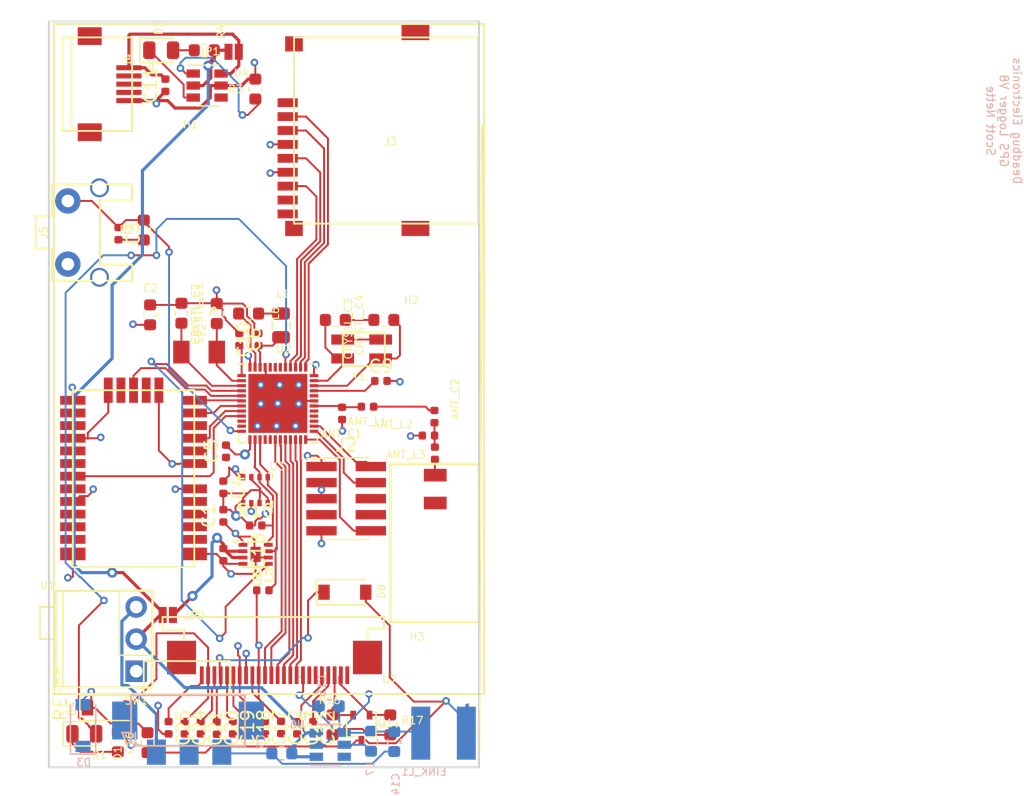
<source format=kicad_pcb>
(kicad_pcb (version 20171130) (host pcbnew "(5.0.1)-rc2")
  (layers (0 F.Cu signal) (1 In1.Cu signal) (2 In2.Cu signal) (31 B.Cu signal) (34 B.Paste user) (35 F.Paste user) (36 B.SilkS user) (37 F.SilkS user) (38 B.Mask user) (39 F.Mask user) (44 Edge.Cuts user))
  (net 0 "")
  (net 1 BattRtn)
  (net 2 "Net-(D1-Pad1)")
  (net 3 "Net-(D2-Pad1)")
  (net 4 BattPwr)
  (net 5 Fun_Btn_1_P23)
  (net 6 SCL)
  (net 7 SDA)
  (net 8 "Net-(U1-Pad16)")
  (net 9 /BatteryManagement/NTC)
  (net 10 Vdd)
  (net 11 /DEC1)
  (net 12 /DEC2)
  (net 13 /DEC3)
  (net 14 /DEC4)
  (net 15 "Net-(C16-Pad1)")
  (net 16 LED1_P2)
  (net 17 /RESET)
  (net 18 /SWDCLK)
  (net 19 /SWDIO)
  (net 20 /SPI_MISO)
  (net 21 /SPI_CLK)
  (net 22 /SPI_MOSI)
  (net 23 /SPI_EINK_CS)
  (net 24 "Net-(ANT1-Pad1)")
  (net 25 /EINK_BUSY)
  (net 26 /EINK_RST)
  (net 27 /EINK_DC)
  (net 28 /GPS_Reset)
  (net 29 /GPS_ExtInt)
  (net 30 USB_PWR)
  (net 31 UART_RX)
  (net 32 UART_TX)
  (net 33 /GPS_TimePulse)
  (net 34 ALRT)
  (net 35 "Net-(ANT_C1-Pad1)")
  (net 36 "Net-(ANT_C2-Pad2)")
  (net 37 "Net-(ANT_C2-Pad1)")
  (net 38 "Net-(C16-Pad2)")
  (net 39 /EINK/VDD)
  (net 40 /EINK/VPP)
  (net 41 /EINK/VSH)
  (net 42 /EINK/PREVGH)
  (net 43 /EINK/VSL)
  (net 44 "Net-(C22-Pad1)")
  (net 45 "Net-(C23-Pad1)")
  (net 46 /EINK/PREVGL)
  (net 47 /EINK/VCOM)
  (net 48 "Net-(CRYSTL_C1-Pad1)")
  (net 49 "Net-(CRYSTL_C2-Pad1)")
  (net 50 "Net-(CRYSTL_C3-Pad2)")
  (net 51 "Net-(CRYSTL_C4-Pad2)")
  (net 52 "Net-(D2-Pad2)")
  (net 53 /SD_CS)
  (net 54 "Net-(L1-Pad2)")
  (net 55 "Net-(L6-Pad2)")
  (net 56 "Net-(L7-Pad1)")
  (net 57 /EINK/GDR)
  (net 58 /EINK/RESE)
  (net 59 /BatteryManagement/BattInt)
  (net 60 /BatteryManagement/Batt+)
  (net 61 "Net-(ANT1-Pad2)")
  (net 62 "Net-(J2-Pad6)")
  (net 63 "Net-(J2-Pad7)")
  (net 64 "Net-(J2-Pad8)")
  (net 65 "Net-(J3-Pad8)")
  (net 66 "Net-(J3-Pad1)")
  (net 67 "Net-(J4-Pad4)")
  (net 68 "Net-(J4-Pad3)")
  (net 69 "Net-(J4-Pad2)")
  (net 70 "Net-(SW1-Pad1)")
  (net 71 "Net-(U1-Pad30)")
  (net 72 "Net-(U1-Pad8)")
  (net 73 "Net-(U2-Pad10)")
  (net 74 "Net-(U2-Pad11)")
  (net 75 "Net-(U2-Pad16)")
  (net 76 "Net-(U2-Pad29)")
  (net 77 "Net-(U2-Pad44)")
  (net 78 "Net-(U7-Pad1)")
  (net 79 "Net-(U7-Pad6)")
  (net 80 "Net-(U7-Pad7)")
  (net 81 "Net-(U7-Pad25)")
  (net 82 "Net-(U7-Pad26)")
  (net 83 "Net-(U2-Pad17)")
  (net 84 /EINK_SPI_MOSI)
  (net 85 /EINK_SPI_CLK)
  (net 86 "Net-(U2-Pad27)")
  (net 87 "Net-(U2-Pad28)")
  (net 88 "Net-(U2-Pad42)")
  (net 89 "Net-(U2-Pad43)")
  (net 90 "Net-(J7-Pad2)")
  (net 91 "Net-(U4-Pad4)")
  (module CustomFP:ebay_RA_Mom_switch (layer F.Cu) (at 132.5 79.7 90)
    (fp_text reference J5 (at 0 -1.905 90) (layer F.SilkS) (effects (font (size 0.6 0.6) (thickness 0.09))))
    (fp_text value BTN1)
    (pad 1 thru_hole circle (at 2.5 0 90) (size 2 2) (drill 1) (layers *.Cu *.Mask) (net 5 Fun_Btn_1_P23))
    (pad 2 thru_hole circle (at -2.5 0 90) (size 2 2) (drill 1) (layers *.Cu *.Mask) (net 10 Vdd))
    (pad "" np_thru_hole circle (at 3.54 2.5 90) (size 1.5 1.5) (drill 1.15) (layers *.Cu *.Mask))
    (pad "" np_thru_hole circle (at -3.54 2.5 90) (size 1.5 1.5) (drill 1.15) (layers *.Cu *.Mask))
  )
  (module CustomFP:SRN5040TA-680K (layer B.Cu) (at 160.4 119.3)
    (fp_text reference EINK_L1 (at 0.25 3.05) (layer B.SilkS) (effects (font (size 0.6 0.6) (thickness 0.09)) (justify mirror)))
    (fp_text value 68uH)
    (pad 1 smd rect (at 0 0) (size 1.5 4.2) (layers B.Cu B.Paste B.Mask) (net 10 Vdd))
    (pad 2 smd rect (at 3.6 0) (size 1.5 4.2) (layers B.Cu B.Paste B.Mask) (net 38 "Net-(C16-Pad2)"))
  )
  (module Capacitor_SMD:C_0603_1608Metric (layer B.Cu) (at 149.4125 120.9 180)
    (fp_text reference C7 (at 1.6085 0.9085 90) (layer B.SilkS) (effects (font (size 0.6 0.6) (thickness 0.09)) (justify mirror)))
    (fp_text value 4.7u)
    (pad 1 smd roundrect (at -0.7875 0 180) (size 0.875 0.95) (layers B.Cu B.Paste B.Mask) (net 60 /BatteryManagement/Batt+))
    (pad 2 smd roundrect (at 0.7875 0 180) (size 0.875 0.95) (layers B.Cu B.Paste B.Mask) (net 1 BattRtn))
  )
  (module CustomFP:pogo_3pin (layer B.Cu) (at 137.5 120.3)
    (fp_text reference J7 (at 0 -0.5) (layer B.SilkS) (effects (justify mirror)))
    (fp_text value Batt_Connector)
    (pad ~ smd rect (at 9.5 -2) (size 2 3) (layers B.Cu B.Paste B.Mask))
    (pad ~ smd rect (at -0.5 -2) (size 2 3) (layers B.Cu B.Paste B.Mask))
    (pad 3 smd rect (at 2 0.5) (size 1.5 2) (layers B.Cu B.Paste B.Mask) (net 59 /BatteryManagement/BattInt))
    (pad 2 smd rect (at 4.585 0.5) (size 1.5 2) (layers B.Cu B.Paste B.Mask) (net 90 "Net-(J7-Pad2)"))
    (pad 1 smd rect (at 7.17 0.5) (size 1.5 2) (layers B.Cu B.Paste B.Mask) (net 1 BattRtn))
  )
  (module CustomFP:liion_1300mah (layer F.Cu) (at 131.4 116.2 90)
    (fp_text reference REF** (at 0 0.5 90) (layer F.SilkS))
    (fp_text value liion_1300mah)
  )
  (module Package_TO_SOT_SMD:SOT-323_SC-70 (layer F.Cu) (at 155.702 118.872 270)
    (fp_text reference Q1 (at -0.365 -1.9045 180) (layer F.SilkS) (effects (font (size 0.6 0.6) (thickness 0.09))))
    (fp_text value Q_NMOS_GSD)
    (pad 1 smd rect (at -1 -0.65 180) (size 0.45 0.7) (layers F.Cu F.Paste F.Mask) (net 57 /EINK/GDR))
    (pad 2 smd rect (at -1 0.65 180) (size 0.45 0.7) (layers F.Cu F.Paste F.Mask) (net 58 /EINK/RESE))
    (pad 3 smd rect (at 1 0 180) (size 0.45 0.7) (layers F.Cu F.Paste F.Mask) (net 38 "Net-(C16-Pad2)"))
  )
  (module CustomFP:microSD_ebay (layer F.Cu) (at 150.376 71.628 90)
    (fp_text reference J3 (at -0.858 7.634) (layer F.SilkS) (effects (font (size 0.6 0.6) (thickness 0.09))))
    (fp_text value Micro_SD_Card)
    (pad "" smd rect (at 7.75 9.6 90) (size 1.2 2.2) (layers F.Cu F.Paste F.Mask))
    (pad "" smd rect (at -7.75 9.6 90) (size 1.2 2.2) (layers F.Cu F.Paste F.Mask))
    (pad "" np_thru_hole circle (at -4.93 10 90) (size 1.1 1.1) (drill 1.1) (layers *.Cu *.Mask))
    (pad "" np_thru_hole circle (at 3.05 10 90) (size 1.1 1.1) (drill 1.1) (layers *.Cu *.Mask))
    (pad "" smd rect (at 6.85 0 90) (size 1.2 1.4) (layers F.Cu F.Paste F.Mask))
    (pad "" smd rect (at -7.75 0 90) (size 1.2 1.4) (layers F.Cu F.Paste F.Mask))
    (pad Cd smd rect (at -6.6 -0.5 90) (size 0.7 1.6) (layers F.Cu F.Paste F.Mask))
    (pad 8 smd rect (at -5.5 -0.5 90) (size 0.7 1.6) (layers F.Cu F.Paste F.Mask) (net 65 "Net-(J3-Pad8)"))
    (pad 7 smd rect (at -4.4 -0.5 90) (size 0.7 1.6) (layers F.Cu F.Paste F.Mask) (net 20 /SPI_MISO))
    (pad 6 smd rect (at -3.3 -0.5 90) (size 0.7 1.6) (layers F.Cu F.Paste F.Mask) (net 1 BattRtn))
    (pad 5 smd rect (at -2.2 -0.5 90) (size 0.7 1.6) (layers F.Cu F.Paste F.Mask) (net 21 /SPI_CLK))
    (pad 4 smd rect (at -1.1 -0.5 90) (size 0.7 1.6) (layers F.Cu F.Paste F.Mask) (net 10 Vdd))
    (pad 1 smd rect (at 2.2 -0.5 90) (size 0.7 1.6) (layers F.Cu F.Paste F.Mask) (net 66 "Net-(J3-Pad1)"))
    (pad 2 smd rect (at 1.1 -0.5 90) (size 0.7 1.6) (layers F.Cu F.Paste F.Mask) (net 53 /SD_CS))
    (pad 3 smd rect (at 0 -0.5 90) (size 0.7 1.6) (layers F.Cu F.Paste F.Mask) (net 22 /SPI_MOSI))
  )
  (module Diode_SMD:D_SOD-123 (layer F.Cu) (at 135.7 117.3)
    (fp_text reference D4 (at -2.8575 0.0635 90) (layer F.SilkS) (effects (font (size 0.6 0.6) (thickness 0.09))))
    (fp_text value MBR0530)
    (pad 1 smd rect (at -1.65 0) (size 0.9 1.2) (layers F.Cu F.Paste F.Mask) (net 15 "Net-(C16-Pad1)"))
    (pad 2 smd rect (at 1.65 0) (size 0.9 1.2) (layers F.Cu F.Paste F.Mask) (net 46 /EINK/PREVGL))
  )
  (module Diode_SMD:D_SOD-123 (layer F.Cu) (at 154.4 108.15)
    (fp_text reference D8 (at 2.921 -0.0635 -90) (layer F.SilkS) (effects (font (size 0.6 0.6) (thickness 0.09))))
    (fp_text value MBR0530)
    (pad 1 smd rect (at -1.65 0) (size 0.9 1.2) (layers F.Cu F.Paste F.Mask) (net 42 /EINK/PREVGH))
    (pad 2 smd rect (at 1.65 0) (size 0.9 1.2) (layers F.Cu F.Paste F.Mask) (net 38 "Net-(C16-Pad2)"))
  )
  (module Diode_SMD:D_SOD-123 (layer B.Cu) (at 133.7 118.7 90)
    (fp_text reference D3 (at -2.921 0.058 180) (layer B.SilkS) (effects (font (size 0.6 0.6) (thickness 0.09)) (justify mirror)))
    (fp_text value MBR0530)
    (pad 2 smd rect (at 1.65 0 90) (size 0.9 1.2) (layers B.Cu B.Paste B.Mask) (net 15 "Net-(C16-Pad1)"))
    (pad 1 smd rect (at -1.65 0 90) (size 0.9 1.2) (layers B.Cu B.Paste B.Mask) (net 1 BattRtn))
  )
  (module LED_SMD:LED_0805_2012Metric (layer F.Cu) (at 133.8 119.35)
    (fp_text reference D1 (at 2.6393 1.5494 90) (layer F.SilkS) (effects (font (size 0.6 0.6) (thickness 0.09))))
    (fp_text value LED_B)
    (pad 2 smd roundrect (at 0.9375 0) (size 0.975 1.4) (layers F.Cu F.Paste F.Mask) (net 16 LED1_P2))
    (pad 1 smd roundrect (at -0.9375 0) (size 0.975 1.4) (layers F.Cu F.Paste F.Mask) (net 2 "Net-(D1-Pad1)"))
  )
  (module LED_SMD:LED_0805_2012Metric (layer F.Cu) (at 139.8755 65.278)
    (fp_text reference D2 (at -0.1955 -1.7862 -270) (layer F.SilkS) (effects (font (size 0.6 0.6) (thickness 0.09))))
    (fp_text value LED)
    (pad 2 smd roundrect (at 0.9375 0) (size 0.975 1.4) (layers F.Cu F.Paste F.Mask) (net 52 "Net-(D2-Pad2)"))
    (pad 1 smd roundrect (at -0.9375 0) (size 0.975 1.4) (layers F.Cu F.Paste F.Mask) (net 3 "Net-(D2-Pad1)"))
  )
  (module Inductor_SMD:L_0805_2012Metric (layer F.Cu) (at 149.352 87.0435 90)
    (fp_text reference L1 (at 2.495 0.1325 180) (layer F.SilkS) (effects (font (size 0.6 0.6) (thickness 0.09))))
    (fp_text value 10nH)
    (pad 2 smd roundrect (at 0.9375 0 90) (size 0.975 1.4) (layers F.Cu F.Paste F.Mask) (net 54 "Net-(L1-Pad2)"))
    (pad 1 smd roundrect (at -0.9375 0 90) (size 0.975 1.4) (layers F.Cu F.Paste F.Mask) (net 14 /DEC4))
  )
  (module Package_DFN_QFN:QFN-48-1EP_6x6mm_P0.4mm_EP4.66x4.66mm (layer F.Cu) (at 149.098 93.218)
    (fp_text reference U2 (at 0.456074 -4.281526) (layer F.SilkS) (effects (font (size 0.6 0.6) (thickness 0.09))))
    (fp_text value nRF52832-QFxx)
    (pad 49 smd rect (at 0 0) (size 4.66 4.66) (layers F.Cu F.Mask) (net 1 BattRtn))
    (pad 1 smd rect (at -2.86 -2.2) (size 0.68 0.25) (layers F.Cu F.Paste F.Mask) (net 11 /DEC1))
    (pad 2 smd rect (at -2.86 -1.8) (size 0.68 0.25) (layers F.Cu F.Paste F.Mask) (net 48 "Net-(CRYSTL_C1-Pad1)"))
    (pad 3 smd rect (at -2.86 -1.4) (size 0.68 0.25) (layers F.Cu F.Paste F.Mask) (net 49 "Net-(CRYSTL_C2-Pad1)"))
    (pad 4 smd rect (at -2.86 -1) (size 0.68 0.25) (layers F.Cu F.Paste F.Mask) (net 34 ALRT))
    (pad 5 smd rect (at -2.86 -0.6) (size 0.68 0.25) (layers F.Cu F.Paste F.Mask) (net 33 /GPS_TimePulse))
    (pad 6 smd rect (at -2.86 -0.2) (size 0.68 0.25) (layers F.Cu F.Paste F.Mask) (net 32 UART_TX))
    (pad 7 smd rect (at -2.86 0.2) (size 0.68 0.25) (layers F.Cu F.Paste F.Mask) (net 31 UART_RX))
    (pad 8 smd rect (at -2.86 0.6) (size 0.68 0.25) (layers F.Cu F.Paste F.Mask) (net 28 /GPS_Reset))
    (pad 9 smd rect (at -2.86 1) (size 0.68 0.25) (layers F.Cu F.Paste F.Mask) (net 29 /GPS_ExtInt))
    (pad 10 smd rect (at -2.86 1.4) (size 0.68 0.25) (layers F.Cu F.Paste F.Mask) (net 73 "Net-(U2-Pad10)"))
    (pad 11 smd rect (at -2.86 1.8) (size 0.68 0.25) (layers F.Cu F.Paste F.Mask) (net 74 "Net-(U2-Pad11)"))
    (pad 12 smd rect (at -2.86 2.2) (size 0.68 0.25) (layers F.Cu F.Paste F.Mask) (net 5 Fun_Btn_1_P23))
    (pad 13 smd rect (at -2.2 2.86) (size 0.25 0.68) (layers F.Cu F.Paste F.Mask) (net 10 Vdd))
    (pad 14 smd rect (at -1.8 2.86) (size 0.25 0.68) (layers F.Cu F.Paste F.Mask) (net 7 SDA))
    (pad 15 smd rect (at -1.4 2.86) (size 0.25 0.68) (layers F.Cu F.Paste F.Mask) (net 6 SCL))
    (pad 16 smd rect (at -1 2.86) (size 0.25 0.68) (layers F.Cu F.Paste F.Mask) (net 75 "Net-(U2-Pad16)"))
    (pad 17 smd rect (at -0.6 2.86) (size 0.25 0.68) (layers F.Cu F.Paste F.Mask) (net 83 "Net-(U2-Pad17)"))
    (pad 18 smd rect (at -0.2 2.86) (size 0.25 0.68) (layers F.Cu F.Paste F.Mask) (net 84 /EINK_SPI_MOSI))
    (pad 19 smd rect (at 0.2 2.86) (size 0.25 0.68) (layers F.Cu F.Paste F.Mask) (net 85 /EINK_SPI_CLK))
    (pad 20 smd rect (at 0.6 2.86) (size 0.25 0.68) (layers F.Cu F.Paste F.Mask) (net 23 /SPI_EINK_CS))
    (pad 21 smd rect (at 1 2.86) (size 0.25 0.68) (layers F.Cu F.Paste F.Mask) (net 27 /EINK_DC))
    (pad 22 smd rect (at 1.4 2.86) (size 0.25 0.68) (layers F.Cu F.Paste F.Mask) (net 26 /EINK_RST))
    (pad 23 smd rect (at 1.8 2.86) (size 0.25 0.68) (layers F.Cu F.Paste F.Mask) (net 25 /EINK_BUSY))
    (pad 24 smd rect (at 2.2 2.86) (size 0.25 0.68) (layers F.Cu F.Paste F.Mask) (net 17 /RESET))
    (pad 25 smd rect (at 2.86 2.2) (size 0.68 0.25) (layers F.Cu F.Paste F.Mask) (net 18 /SWDCLK))
    (pad 26 smd rect (at 2.86 1.8) (size 0.68 0.25) (layers F.Cu F.Paste F.Mask) (net 19 /SWDIO))
    (pad 27 smd rect (at 2.86 1.4) (size 0.68 0.25) (layers F.Cu F.Paste F.Mask) (net 86 "Net-(U2-Pad27)"))
    (pad 28 smd rect (at 2.86 1) (size 0.68 0.25) (layers F.Cu F.Paste F.Mask) (net 87 "Net-(U2-Pad28)"))
    (pad 29 smd rect (at 2.86 0.6) (size 0.68 0.25) (layers F.Cu F.Paste F.Mask) (net 76 "Net-(U2-Pad29)"))
    (pad 30 smd rect (at 2.86 0.2) (size 0.68 0.25) (layers F.Cu F.Paste F.Mask) (net 35 "Net-(ANT_C1-Pad1)"))
    (pad 31 smd rect (at 2.86 -0.2) (size 0.68 0.25) (layers F.Cu F.Paste F.Mask) (net 1 BattRtn))
    (pad 32 smd rect (at 2.86 -0.6) (size 0.68 0.25) (layers F.Cu F.Paste F.Mask) (net 12 /DEC2))
    (pad 33 smd rect (at 2.86 -1) (size 0.68 0.25) (layers F.Cu F.Paste F.Mask) (net 13 /DEC3))
    (pad 34 smd rect (at 2.86 -1.4) (size 0.68 0.25) (layers F.Cu F.Paste F.Mask) (net 50 "Net-(CRYSTL_C3-Pad2)"))
    (pad 35 smd rect (at 2.86 -1.8) (size 0.68 0.25) (layers F.Cu F.Paste F.Mask) (net 51 "Net-(CRYSTL_C4-Pad2)"))
    (pad 36 smd rect (at 2.86 -2.2) (size 0.68 0.25) (layers F.Cu F.Paste F.Mask) (net 10 Vdd))
    (pad 37 smd rect (at 2.2 -2.86) (size 0.25 0.68) (layers F.Cu F.Paste F.Mask) (net 53 /SD_CS))
    (pad 38 smd rect (at 1.8 -2.86) (size 0.25 0.68) (layers F.Cu F.Paste F.Mask) (net 22 /SPI_MOSI))
    (pad 39 smd rect (at 1.4 -2.86) (size 0.25 0.68) (layers F.Cu F.Paste F.Mask) (net 21 /SPI_CLK))
    (pad 40 smd rect (at 1 -2.86) (size 0.25 0.68) (layers F.Cu F.Paste F.Mask) (net 20 /SPI_MISO))
    (pad 41 smd rect (at 0.6 -2.86) (size 0.25 0.68) (layers F.Cu F.Paste F.Mask) (net 16 LED1_P2))
    (pad 42 smd rect (at 0.2 -2.86) (size 0.25 0.68) (layers F.Cu F.Paste F.Mask) (net 88 "Net-(U2-Pad42)"))
    (pad 43 smd rect (at -0.2 -2.86) (size 0.25 0.68) (layers F.Cu F.Paste F.Mask) (net 89 "Net-(U2-Pad43)"))
    (pad 44 smd rect (at -0.6 -2.86) (size 0.25 0.68) (layers F.Cu F.Paste F.Mask) (net 77 "Net-(U2-Pad44)"))
    (pad 45 smd rect (at -1 -2.86) (size 0.25 0.68) (layers F.Cu F.Paste F.Mask) (net 1 BattRtn))
    (pad 46 smd rect (at -1.4 -2.86) (size 0.25 0.68) (layers F.Cu F.Paste F.Mask) (net 14 /DEC4))
    (pad 47 smd rect (at -1.8 -2.86) (size 0.25 0.68) (layers F.Cu F.Paste F.Mask) (net 55 "Net-(L6-Pad2)"))
    (pad 48 smd rect (at -2.2 -2.86) (size 0.25 0.68) (layers F.Cu F.Paste F.Mask) (net 10 Vdd))
  )
  (module Package_TO_SOT_SMD:SOT-23-6 (layer B.Cu) (at 153.246 120.218)
    (fp_text reference U6 (at -2.6 -1.6) (layer B.SilkS) (effects (font (size 0.6 0.6) (thickness 0.09)) (justify mirror)))
    (fp_text value LM3671)
    (pad 5 smd rect (at 1.1 0) (size 1.06 0.65) (layers B.Cu B.Paste B.Mask) (net 56 "Net-(L7-Pad1)"))
    (pad 6 smd rect (at 1.1 0.95) (size 1.06 0.65) (layers B.Cu B.Paste B.Mask))
    (pad 4 smd rect (at 1.1 -0.95) (size 1.06 0.65) (layers B.Cu B.Paste B.Mask) (net 10 Vdd))
    (pad 3 smd rect (at -1.1 -0.95) (size 1.06 0.65) (layers B.Cu B.Paste B.Mask) (net 60 /BatteryManagement/Batt+))
    (pad 2 smd rect (at -1.1 0) (size 1.06 0.65) (layers B.Cu B.Paste B.Mask) (net 1 BattRtn))
    (pad 1 smd rect (at -1.1 0.95) (size 1.06 0.65) (layers B.Cu B.Paste B.Mask) (net 60 /BatteryManagement/Batt+))
  )
  (module Jumpers:SMT-JUMPER_2_NO_NO-SILK (layer F.Cu) (at 145.6064 65.4 180)
    (fp_text reference JP1 (at 1.913 0.026 180) (layer F.SilkS) (effects (font (size 0.6 0.6) (thickness 0.09))))
    (fp_text value Jumper_NO_Small hide)
    (pad 2 smd rect (at 0.4064 0 180) (size 0.635 1.27) (layers F.Cu F.Mask) (net 60 /BatteryManagement/Batt+))
    (pad 1 smd rect (at -0.4064 0 180) (size 0.635 1.27) (layers F.Cu F.Mask) (net 30 USB_PWR))
  )
  (module Resistor_SMD:R_0603_1608Metric (layer F.Cu) (at 138.5 79.5 270)
    (fp_text reference R2 (at -0.0055 1.338) (layer F.SilkS) (effects (font (size 0.6 0.6) (thickness 0.09))))
    (fp_text value 10k)
    (pad 2 smd roundrect (at 0.7875 0 270) (size 0.875 0.95) (layers F.Cu F.Paste F.Mask) (net 1 BattRtn))
    (pad 1 smd roundrect (at -0.7875 0 270) (size 0.875 0.95) (layers F.Cu F.Paste F.Mask) (net 5 Fun_Btn_1_P23))
  )
  (module Resistor_SMD:R_0603_1608Metric (layer F.Cu) (at 147.32 68.3515 270)
    (fp_text reference R3 (at 0 1.5621 180) (layer F.SilkS) (effects (font (size 0.6 0.6) (thickness 0.09))))
    (fp_text value 10k)
    (pad 2 smd roundrect (at 0.7875 0 270) (size 0.875 0.95) (layers F.Cu F.Paste F.Mask) (net 9 /BatteryManagement/NTC))
    (pad 1 smd roundrect (at -0.7875 0 270) (size 0.875 0.95) (layers F.Cu F.Paste F.Mask) (net 1 BattRtn))
  )
  (module Resistor_SMD:R_0603_1608Metric (layer F.Cu) (at 143.2815 65.278 180)
    (fp_text reference R4 (at -1.3463 1.4732 90) (layer F.SilkS) (effects (font (size 0.6 0.6) (thickness 0.09))))
    (fp_text value 330)
    (pad 2 smd roundrect (at 0.7875 0 180) (size 0.875 0.95) (layers F.Cu F.Paste F.Mask) (net 52 "Net-(D2-Pad2)"))
    (pad 1 smd roundrect (at -0.7875 0 180) (size 0.875 0.95) (layers F.Cu F.Paste F.Mask) (net 60 /BatteryManagement/Batt+))
  )
  (module Resistor_SMD:R_0603_1608Metric (layer F.Cu) (at 153.416 118.6435 270)
    (fp_text reference R16 (at -1.9519 0.2168 180) (layer F.SilkS) (effects (font (size 0.6 0.6) (thickness 0.09))))
    (fp_text value 0.47)
    (pad 2 smd roundrect (at 0.7875 0 270) (size 0.875 0.95) (layers F.Cu F.Paste F.Mask) (net 1 BattRtn))
    (pad 1 smd roundrect (at -0.7875 0 270) (size 0.875 0.95) (layers F.Cu F.Paste F.Mask) (net 58 /EINK/RESE))
  )
  (module Resistor_SMD:R_0603_1608Metric (layer F.Cu) (at 157.988 118.6435 270)
    (fp_text reference R17 (at -0.3519 -1.756 180) (layer F.SilkS) (effects (font (size 0.6 0.6) (thickness 0.09))))
    (fp_text value 10k)
    (pad 2 smd roundrect (at 0.7875 0 270) (size 0.875 0.95) (layers F.Cu F.Paste F.Mask) (net 1 BattRtn))
    (pad 1 smd roundrect (at -0.7875 0 270) (size 0.875 0.95) (layers F.Cu F.Paste F.Mask) (net 57 /EINK/GDR))
  )
  (module CustomFP:ECS-320-12-33Q (layer F.Cu) (at 157.226 89.662 180)
    (fp_text reference Y1 (at 1.7 -1.4 180) (layer F.SilkS) (effects (font (size 0.6 0.6) (thickness 0.09))))
    (fp_text value 32MHz)
    (pad 3 smd rect (at 3 1.5 180) (size 1.8 0.8) (layers F.Cu F.Paste F.Mask))
    (pad 4 smd rect (at 0 1.5 180) (size 1.8 0.8) (layers F.Cu F.Paste F.Mask))
    (pad 2 smd rect (at 3 0 180) (size 1.8 0.8) (layers F.Cu F.Paste F.Mask) (net 51 "Net-(CRYSTL_C4-Pad2)"))
    (pad 1 smd rect (at 0 0 180) (size 1.8 0.8) (layers F.Cu F.Paste F.Mask) (net 50 "Net-(CRYSTL_C3-Pad2)"))
  )
  (module CustomFP:TFE322P32K7680R (layer F.Cu) (at 144.272 89.154 180)
    (fp_text reference Y2 (at 1.1625 1.694 -90) (layer F.SilkS) (effects (font (size 0.6 0.6) (thickness 0.09))))
    (fp_text value 32.768kHz)
    (pad 2 smd rect (at 2.8 0 180) (size 1.3 1.8) (layers F.Cu F.Paste F.Mask) (net 49 "Net-(CRYSTL_C2-Pad1)"))
    (pad 1 smd rect (at 0 0 180) (size 1.3 1.8) (layers F.Cu F.Paste F.Mask) (net 48 "Net-(CRYSTL_C1-Pad1)"))
  )
  (module Capacitor_SMD:C_0402_1005Metric (layer F.Cu) (at 154.178 94.003 270)
    (fp_text reference ANT_C1 (at 1.594 0.0291) (layer F.SilkS) (effects (font (size 0.6 0.6) (thickness 0.09))))
    (fp_text value 0.8pF)
    (pad 1 smd roundrect (at -0.485 0 270) (size 0.59 0.64) (layers F.Cu F.Paste F.Mask) (net 35 "Net-(ANT_C1-Pad1)"))
    (pad 2 smd roundrect (at 0.485 0 270) (size 0.59 0.64) (layers F.Cu F.Paste F.Mask) (net 1 BattRtn))
  )
  (module Capacitor_SMD:C_0402_1005Metric (layer F.Cu) (at 161.4805 94.257 270)
    (fp_text reference ANT_C2 (at -1.385 -1.6355 90) (layer F.SilkS) (effects (font (size 0.6 0.6) (thickness 0.09))))
    (fp_text value 1.2pF)
    (pad 2 smd roundrect (at 0.485 0 270) (size 0.59 0.64) (layers F.Cu F.Paste F.Mask) (net 36 "Net-(ANT_C2-Pad2)"))
    (pad 1 smd roundrect (at -0.485 0 270) (size 0.59 0.64) (layers F.Cu F.Paste F.Mask) (net 37 "Net-(ANT_C2-Pad1)"))
  )
  (module Inductor_SMD:L_0402_1005Metric (layer F.Cu) (at 156.187 93.472 180)
    (fp_text reference ANT_L1 (at 0 -1.17 180) (layer F.SilkS) (effects (font (size 0.6 0.6) (thickness 0.09))))
    (fp_text value 3.9nH)
    (pad 1 smd roundrect (at -0.485 0 180) (size 0.59 0.64) (layers F.Cu F.Paste F.Mask) (net 37 "Net-(ANT_C2-Pad1)"))
    (pad 2 smd roundrect (at 0.485 0 180) (size 0.59 0.64) (layers F.Cu F.Paste F.Mask) (net 35 "Net-(ANT_C1-Pad1)"))
  )
  (module Inductor_SMD:L_0402_1005Metric (layer F.Cu) (at 161.0082 95.758)
    (fp_text reference ANT_L2 (at -2.7922 -0.886) (layer F.SilkS) (effects (font (size 0.6 0.6) (thickness 0.09))))
    (fp_text value 2.7nH)
    (pad 2 smd roundrect (at 0.485 0) (size 0.59 0.64) (layers F.Cu F.Paste F.Mask) (net 36 "Net-(ANT_C2-Pad2)"))
    (pad 1 smd roundrect (at -0.485 0) (size 0.59 0.64) (layers F.Cu F.Paste F.Mask) (net 1 BattRtn))
  )
  (module Inductor_SMD:L_0402_1005Metric (layer F.Cu) (at 161.516 97.157 90)
    (fp_text reference ANT_L3 (at -0.115 -2.3 180) (layer F.SilkS) (effects (font (size 0.6 0.6) (thickness 0.09))))
    (fp_text value 3.3nH)
    (pad 1 smd roundrect (at -0.485 0 90) (size 0.59 0.64) (layers F.Cu F.Paste F.Mask) (net 24 "Net-(ANT1-Pad1)"))
    (pad 2 smd roundrect (at 0.485 0 90) (size 0.59 0.64) (layers F.Cu F.Paste F.Mask) (net 36 "Net-(ANT_C2-Pad2)"))
  )
  (module Capacitor_SMD:C_0603_1608Metric (layer F.Cu) (at 139 86.2125 90)
    (fp_text reference C2 (at 2.121 0 -180) (layer F.SilkS) (effects (font (size 0.6 0.6) (thickness 0.09))))
    (fp_text value 4.7uF)
    (pad 1 smd roundrect (at -0.7875 0 90) (size 0.875 0.95) (layers F.Cu F.Paste F.Mask) (net 10 Vdd))
    (pad 2 smd roundrect (at 0.7875 0 90) (size 0.875 0.95) (layers F.Cu F.Paste F.Mask) (net 1 BattRtn))
  )
  (module Capacitor_SMD:C_0603_1608Metric (layer B.Cu) (at 158.3 119.964 270)
    (fp_text reference C14 (at 3.369 -0.1147 270) (layer B.SilkS) (effects (font (size 0.6 0.6) (thickness 0.09)) (justify mirror)))
    (fp_text value 10u)
    (pad 2 smd roundrect (at 0.7875 0 270) (size 0.875 0.95) (layers B.Cu B.Paste B.Mask) (net 1 BattRtn))
    (pad 1 smd roundrect (at -0.7875 0 270) (size 0.875 0.95) (layers B.Cu B.Paste B.Mask) (net 10 Vdd))
  )
  (module Capacitor_SMD:C_0603_1608Metric (layer B.Cu) (at 153.162 117.17 180)
    (fp_text reference C15 (at 0.581 1.6045 270) (layer B.SilkS) (effects (font (size 0.6 0.6) (thickness 0.09)) (justify mirror)))
    (fp_text value 4.7u)
    (pad 1 smd roundrect (at -0.7875 0 180) (size 0.875 0.95) (layers B.Cu B.Paste B.Mask) (net 10 Vdd))
    (pad 2 smd roundrect (at 0.7875 0 180) (size 0.875 0.95) (layers B.Cu B.Paste B.Mask) (net 1 BattRtn))
  )
  (module Capacitor_SMD:C_0603_1608Metric (layer F.Cu) (at 138.8 120.05 270)
    (fp_text reference C16 (at 0.0255 1.397 90) (layer F.SilkS) (effects (font (size 0.6 0.6) (thickness 0.09))))
    (fp_text value 100n)
    (pad 2 smd roundrect (at 0.7875 0 270) (size 0.875 0.95) (layers F.Cu F.Paste F.Mask) (net 38 "Net-(C16-Pad2)"))
    (pad 1 smd roundrect (at -0.7875 0 270) (size 0.875 0.95) (layers F.Cu F.Paste F.Mask) (net 15 "Net-(C16-Pad1)"))
  )
  (module Capacitor_SMD:C_0603_1608Metric (layer F.Cu) (at 144.272 86.106 90)
    (fp_text reference CRYSTL_C1 (at 0 -1.43 90) (layer F.SilkS) (effects (font (size 0.6 0.6) (thickness 0.09))))
    (fp_text value 12p)
    (pad 2 smd roundrect (at 0.7875 0 90) (size 0.875 0.95) (layers F.Cu F.Paste F.Mask) (net 1 BattRtn))
    (pad 1 smd roundrect (at -0.7875 0 90) (size 0.875 0.95) (layers F.Cu F.Paste F.Mask) (net 48 "Net-(CRYSTL_C1-Pad1)"))
  )
  (module Capacitor_SMD:C_0603_1608Metric (layer F.Cu) (at 141.478 86.0805 90)
    (fp_text reference CRYSTL_C2 (at -0.068 1.1175 90) (layer F.SilkS) (effects (font (size 0.6 0.6) (thickness 0.09))))
    (fp_text value 12p)
    (pad 1 smd roundrect (at -0.7875 0 90) (size 0.875 0.95) (layers F.Cu F.Paste F.Mask) (net 49 "Net-(CRYSTL_C2-Pad1)"))
    (pad 2 smd roundrect (at 0.7875 0 90) (size 0.875 0.95) (layers F.Cu F.Paste F.Mask) (net 1 BattRtn))
  )
  (module Capacitor_SMD:C_0603_1608Metric (layer F.Cu) (at 157.48 86.614)
    (fp_text reference CRYSTL_C3 (at -2.8125 0.7 -90) (layer F.SilkS) (effects (font (size 0.6 0.6) (thickness 0.09))))
    (fp_text value 12p)
    (pad 1 smd roundrect (at -0.7875 0) (size 0.875 0.95) (layers F.Cu F.Paste F.Mask) (net 1 BattRtn))
    (pad 2 smd roundrect (at 0.7875 0) (size 0.875 0.95) (layers F.Cu F.Paste F.Mask) (net 50 "Net-(CRYSTL_C3-Pad2)"))
  )
  (module Capacitor_SMD:C_0603_1608Metric (layer F.Cu) (at 153.6445 86.614 180)
    (fp_text reference CRYSTL_C4 (at -1.9 -0.4 -90) (layer F.SilkS) (effects (font (size 0.6 0.6) (thickness 0.09))))
    (fp_text value 12p)
    (pad 1 smd roundrect (at -0.7875 0 180) (size 0.875 0.95) (layers F.Cu F.Paste F.Mask) (net 1 BattRtn))
    (pad 2 smd roundrect (at 0.7875 0 180) (size 0.875 0.95) (layers F.Cu F.Paste F.Mask) (net 51 "Net-(CRYSTL_C4-Pad2)"))
  )
  (module CustomFP:USB_Micro-B_Ebay (layer F.Cu) (at 132.08 64.262 270)
    (fp_text reference J4 (at 1.8 -5.2 90) (layer F.SilkS) (effects (font (size 0.6 0.6) (thickness 0.09))))
    (fp_text value USB_B_Micro)
    (pad 5 smd rect (at 5 -5.25) (size 2 0.4) (layers F.Cu F.Paste F.Mask) (net 1 BattRtn))
    (pad 4 smd rect (at 4.35 -5.25) (size 2 0.4) (layers F.Cu F.Paste F.Mask) (net 67 "Net-(J4-Pad4)"))
    (pad 3 smd rect (at 3.7 -5.25) (size 2 0.4) (layers F.Cu F.Paste F.Mask) (net 68 "Net-(J4-Pad3)"))
    (pad 2 smd rect (at 3.05 -5.25) (size 2 0.4) (layers F.Cu F.Paste F.Mask) (net 69 "Net-(J4-Pad2)"))
    (pad 1 smd rect (at 2.4 -5.25) (size 2 0.4) (layers F.Cu F.Paste F.Mask) (net 30 USB_PWR))
    (pad "" np_thru_hole circle (at 1.7 -4.3) (size 0.85 0.85) (drill 0.85) (layers *.Cu *.Mask))
    (pad "" smd rect (at -0.1 -2.15) (size 1.9 1.4) (layers F.Cu F.Paste F.Mask))
    (pad "" np_thru_hole circle (at 5.7 -4.3) (size 0.85 0.85) (drill 0.85) (layers *.Cu *.Mask))
    (pad "" smd rect (at 7.5 -2.15) (size 1.9 1.4) (layers F.Cu F.Paste F.Mask))
  )
  (module Inductor_SMD:L_0603_1608Metric (layer F.Cu) (at 146.7865 86.106 180)
    (fp_text reference L6 (at -2.097 0.015 -90) (layer F.SilkS) (effects (font (size 0.6 0.6) (thickness 0.09))))
    (fp_text value 15uH)
    (pad 2 smd roundrect (at 0.7875 0 180) (size 0.875 0.95) (layers F.Cu F.Paste F.Mask) (net 55 "Net-(L6-Pad2)"))
    (pad 1 smd roundrect (at -0.7875 0 180) (size 0.875 0.95) (layers F.Cu F.Paste F.Mask) (net 54 "Net-(L1-Pad2)"))
  )
  (module Inductor_SMD:L_0603_1608Metric (layer B.Cu) (at 156.464 119.9385 90)
    (fp_text reference L7 (at -2.2182 -0.0533 90) (layer B.SilkS) (effects (font (size 0.6 0.6) (thickness 0.09)) (justify mirror)))
    (fp_text value INDUCTOR)
    (pad 1 smd roundrect (at -0.7875 0 90) (size 0.875 0.95) (layers B.Cu B.Paste B.Mask) (net 56 "Net-(L7-Pad1)"))
    (pad 2 smd roundrect (at 0.7875 0 90) (size 0.875 0.95) (layers B.Cu B.Paste B.Mask) (net 10 Vdd))
  )
  (module Resistor_SMD:R_0603_1608Metric (layer F.Cu) (at 136.45 119.9875 90)
    (fp_text reference R1 (at -1.053 -1.4485 -180) (layer F.SilkS) (effects (font (size 0.6 0.6) (thickness 0.09))))
    (fp_text value 5.6)
    (pad 1 smd roundrect (at -0.7875 0 90) (size 0.875 0.95) (layers F.Cu F.Paste F.Mask) (net 2 "Net-(D1-Pad1)"))
    (pad 2 smd roundrect (at 0.7875 0 90) (size 0.875 0.95) (layers F.Cu F.Paste F.Mask) (net 10 Vdd))
  )
  (module digikey-footprints:Pressure_Sensor_LGA-8_2.5x2.5mm_BME280 (layer F.Cu) (at 147.328 100.076)
    (fp_text reference U3 (at 1.728 -1.88) (layer F.SilkS) (effects (font (size 0.6 0.6) (thickness 0.09))))
    (fp_text value BME280)
    (pad 1 smd rect (at -0.975 -1.025) (size 0.35 0.5) (layers F.Cu F.Paste F.Mask) (net 1 BattRtn))
    (pad 2 smd rect (at -0.325 -1.025) (size 0.35 0.5) (layers F.Cu F.Paste F.Mask) (net 10 Vdd))
    (pad 3 smd rect (at 0.325 -1.025) (size 0.35 0.5) (layers F.Cu F.Paste F.Mask) (net 7 SDA))
    (pad 4 smd rect (at 0.975 -1.025) (size 0.35 0.5) (layers F.Cu F.Paste F.Mask) (net 6 SCL))
    (pad 5 smd rect (at 0.975 1.024999) (size 0.35 0.5) (layers F.Cu F.Paste F.Mask) (net 10 Vdd))
    (pad 6 smd rect (at 0.325 1.024999) (size 0.35 0.5) (layers F.Cu F.Paste F.Mask) (net 10 Vdd))
    (pad 7 smd rect (at -0.325 1.024999) (size 0.35 0.5) (layers F.Cu F.Paste F.Mask) (net 1 BattRtn))
    (pad 8 smd rect (at -0.975 1.024999) (size 0.35 0.5) (layers F.Cu F.Paste F.Mask) (net 10 Vdd))
  )
  (module Package_TO_SOT_SMD:SOT-23-6 (layer F.Cu) (at 143.51 68.072)
    (fp_text reference U4 (at 2.7 -1) (layer F.SilkS) (effects (font (size 0.6 0.6) (thickness 0.09))))
    (fp_text value BQ21040)
    (pad 1 smd rect (at -1.1 -0.95) (size 1.06 0.65) (layers F.Cu F.Paste F.Mask) (net 9 /BatteryManagement/NTC))
    (pad 2 smd rect (at -1.1 0) (size 1.06 0.65) (layers F.Cu F.Paste F.Mask) (net 60 /BatteryManagement/Batt+))
    (pad 3 smd rect (at -1.1 0.95) (size 1.06 0.65) (layers F.Cu F.Paste F.Mask) (net 3 "Net-(D2-Pad1)"))
    (pad 4 smd rect (at 1.1 0.95) (size 1.06 0.65) (layers F.Cu F.Paste F.Mask) (net 91 "Net-(U4-Pad4)"))
    (pad 6 smd rect (at 1.1 -0.95) (size 1.06 0.65) (layers F.Cu F.Paste F.Mask) (net 30 USB_PWR))
    (pad 5 smd rect (at 1.1 0) (size 1.06 0.65) (layers F.Cu F.Paste F.Mask) (net 1 BattRtn))
  )
  (module CustomFP:TQFN-8_2x2x0.75 (layer F.Cu) (at 146.344 104.156)
    (fp_text reference U5 (at 1.163 2.9055 -90) (layer F.SilkS) (effects (font (size 0.6 0.6) (thickness 0.09))))
    (fp_text value MAX17048)
    (pad 4 smd rect (at 0 1.75 90) (size 0.3 0.7) (layers F.Cu F.Paste F.Mask) (net 1 BattRtn))
    (pad 3 smd rect (at 0 1.25 90) (size 0.3 0.7) (layers F.Cu F.Paste F.Mask) (net 4 BattPwr))
    (pad 2 smd rect (at 0 0.75 90) (size 0.3 0.7) (layers F.Cu F.Paste F.Mask) (net 4 BattPwr))
    (pad 1 smd rect (at 0 0.25 90) (size 0.3 0.7) (layers F.Cu F.Paste F.Mask) (net 1 BattRtn))
    (pad 8 smd rect (at 2 0.25 90) (size 0.3 0.7) (layers F.Cu F.Paste F.Mask) (net 7 SDA))
    (pad 7 smd rect (at 2 0.75 90) (size 0.3 0.7) (layers F.Cu F.Paste F.Mask) (net 6 SCL))
    (pad 6 smd rect (at 2 1.25 90) (size 0.3 0.7) (layers F.Cu F.Paste F.Mask) (net 1 BattRtn))
    (pad 5 smd rect (at 2 1.75 90) (size 0.3 0.7) (layers F.Cu F.Paste F.Mask) (net 34 ALRT))
    (pad 9 smd rect (at 1 1 90) (size 1.2 0.8) (layers F.Cu F.Paste F.Mask) (net 1 BattRtn))
  )
  (module CustomFP:24pin_Flex_bottom (layer F.Cu) (at 154.686 115.316 270)
    (fp_text reference U7 (at -0.28 -3.2475 180) (layer F.SilkS) (effects (font (size 0.6 0.6) (thickness 0.09))))
    (fp_text value 24pin_flex_waveshare)
    (pad 1 smd rect (at -0.6 0.1) (size 0.3 1.4) (layers F.Cu F.Paste F.Mask) (net 78 "Net-(U7-Pad1)"))
    (pad 2 smd rect (at -0.6 0.6) (size 0.3 1.4) (layers F.Cu F.Paste F.Mask) (net 57 /EINK/GDR))
    (pad 3 smd rect (at -0.6 1.1) (size 0.3 1.4) (layers F.Cu F.Paste F.Mask) (net 58 /EINK/RESE))
    (pad 4 smd rect (at -0.6 1.6) (size 0.3 1.4) (layers F.Cu F.Paste F.Mask) (net 44 "Net-(C22-Pad1)"))
    (pad 5 smd rect (at -0.6 2.1) (size 0.3 1.4) (layers F.Cu F.Paste F.Mask) (net 45 "Net-(C23-Pad1)"))
    (pad 6 smd rect (at -0.6 2.6) (size 0.3 1.4) (layers F.Cu F.Paste F.Mask) (net 79 "Net-(U7-Pad6)"))
    (pad 7 smd rect (at -0.6 3.1) (size 0.3 1.4) (layers F.Cu F.Paste F.Mask) (net 80 "Net-(U7-Pad7)"))
    (pad 8 smd rect (at -0.6 3.6) (size 0.3 1.4) (layers F.Cu F.Paste F.Mask) (net 1 BattRtn))
    (pad 9 smd rect (at -0.6 4.1) (size 0.3 1.4) (layers F.Cu F.Paste F.Mask) (net 25 /EINK_BUSY))
    (pad 10 smd rect (at -0.6 4.6) (size 0.3 1.4) (layers F.Cu F.Paste F.Mask) (net 26 /EINK_RST))
    (pad 11 smd rect (at -0.6 5.1) (size 0.3 1.4) (layers F.Cu F.Paste F.Mask) (net 27 /EINK_DC))
    (pad 12 smd rect (at -0.6 5.6) (size 0.3 1.4) (layers F.Cu F.Paste F.Mask) (net 23 /SPI_EINK_CS))
    (pad 13 smd rect (at -0.6 6.1) (size 0.3 1.4) (layers F.Cu F.Paste F.Mask) (net 85 /EINK_SPI_CLK))
    (pad 14 smd rect (at -0.6 6.6) (size 0.3 1.4) (layers F.Cu F.Paste F.Mask) (net 84 /EINK_SPI_MOSI))
    (pad 15 smd rect (at -0.6 7.1) (size 0.3 1.4) (layers F.Cu F.Paste F.Mask) (net 10 Vdd))
    (pad 16 smd rect (at -0.6 7.6) (size 0.3 1.4) (layers F.Cu F.Paste F.Mask) (net 10 Vdd))
    (pad 17 smd rect (at -0.6 8.1) (size 0.3 1.4) (layers F.Cu F.Paste F.Mask) (net 1 BattRtn))
    (pad 18 smd rect (at -0.6 8.6) (size 0.3 1.4) (layers F.Cu F.Paste F.Mask) (net 39 /EINK/VDD))
    (pad 19 smd rect (at -0.6 9.1) (size 0.3 1.4) (layers F.Cu F.Paste F.Mask) (net 40 /EINK/VPP))
    (pad 20 smd rect (at -0.6 9.6) (size 0.3 1.4) (layers F.Cu F.Paste F.Mask) (net 41 /EINK/VSH))
    (pad 21 smd rect (at -0.6 10.1) (size 0.3 1.4) (layers F.Cu F.Paste F.Mask) (net 42 /EINK/PREVGH))
    (pad 22 smd rect (at -0.6 10.6) (size 0.3 1.4) (layers F.Cu F.Paste F.Mask) (net 43 /EINK/VSL))
    (pad 23 smd rect (at -0.6 11.1) (size 0.3 1.4) (layers F.Cu F.Paste F.Mask) (net 46 /EINK/PREVGL))
    (pad 24 smd rect (at -0.6 11.6) (size 0.3 1.4) (layers F.Cu F.Paste F.Mask) (net 47 /EINK/VCOM))
    (pad 25 smd rect (at -2 -1.5 270) (size 2.65 2.3) (layers F.Cu F.Paste F.Mask) (net 81 "Net-(U7-Pad25)"))
    (pad 26 smd rect (at -2 13.2 270) (size 2.65 2.3) (layers F.Cu F.Paste F.Mask) (net 82 "Net-(U7-Pad26)"))
  )
  (module CustomFP:2450AT18B100E (layer F.Cu) (at 161.544 98.892 270)
    (fp_text reference ANT1 hide)
    (fp_text value 2450AT18B100E)
    (pad 1 smd rect (at 0 0 270) (size 1 1.8) (layers F.Cu F.Paste F.Mask) (net 24 "Net-(ANT1-Pad1)"))
    (pad 2 smd rect (at 2.2 0 270) (size 1 1.8) (layers F.Cu F.Paste F.Mask) (net 61 "Net-(ANT1-Pad2)"))
  )
  (module CustomFP:Slide_Switch_RA_09.10290.01 (layer F.Cu) (at 137.9 114.4 180)
    (fp_text reference SW1 (at 0 -2.33 180) (layer F.SilkS) (effects (font (size 0.6 0.6) (thickness 0.09))))
    (fp_text value Switch_SW_SPDT)
    (pad 1 thru_hole rect (at 0 0 180) (size 1.7 1.7) (drill 1) (layers *.Cu *.Mask) (net 70 "Net-(SW1-Pad1)"))
    (pad 2 thru_hole oval (at 0 2.54 180) (size 1.7 1.7) (drill 1) (layers *.Cu *.Mask) (net 60 /BatteryManagement/Batt+))
    (pad 3 thru_hole oval (at 0 5.08 180) (size 1.7 1.7) (drill 1) (layers *.Cu *.Mask) (net 59 /BatteryManagement/BattInt))
  )
  (module MountingHole:MountingHole_2.5mm (layer F.Cu) (at 142.2 74.65)
    (fp_text reference H1 (at 0 -3.5) (layer F.SilkS) (effects (font (size 0.6 0.6) (thickness 0.09))))
    (fp_text value MountingHole)
    (pad 1 np_thru_hole circle (at 0 0) (size 2.5 2.5) (drill 2.5) (layers *.Cu *.Mask))
  )
  (module MountingHole:MountingHole_2.5mm (layer F.Cu) (at 161.55 83.55)
    (fp_text reference H2 (at -1.9 1.5) (layer F.SilkS) (effects (font (size 0.6 0.6) (thickness 0.09))))
    (fp_text value MountingHole)
    (pad 1 np_thru_hole circle (at 0 0) (size 2.5 2.5) (drill 2.5) (layers *.Cu *.Mask))
  )
  (module MountingHole:MountingHole_2.5mm (layer F.Cu) (at 162.1 113.15)
    (fp_text reference H3 (at -1.9975 -1.479) (layer F.SilkS) (effects (font (size 0.6 0.6) (thickness 0.09))))
    (fp_text value MountingHole)
    (pad 1 np_thru_hole circle (at 0 0) (size 2.5 2.5) (drill 2.5) (layers *.Cu *.Mask))
  )
  (module Jumpers:SMT-JUMPER_2_NO_NO-SILK (layer F.Cu) (at 140.4 109.95 180)
    (fp_text reference JP2 (at -2.129 -0.067 180) (layer F.SilkS) (effects (font (size 0.6096 0.6096) (thickness 0.127))))
    (fp_text value Jumper_NO_Small hide)
    (pad 1 smd rect (at -0.4064 0 180) (size 0.635 1.27) (layers F.Cu F.Mask) (net 4 BattPwr))
    (pad 2 smd rect (at 0.4064 0 180) (size 0.635 1.27) (layers F.Cu F.Mask) (net 60 /BatteryManagement/Batt+))
  )
  (module Capacitor_SMD:C_0402_1005Metric (layer F.Cu) (at 144.788 102.108 90)
    (fp_text reference C1 (at 0 -1.17 90) (layer F.SilkS))
    (fp_text value 0.1u)
    (pad 1 smd roundrect (at -0.485 0 90) (size 0.59 0.64) (layers F.Cu F.Paste F.Mask) (net 1 BattRtn))
    (pad 2 smd roundrect (at 0.485 0 90) (size 0.59 0.64) (layers F.Cu F.Paste F.Mask) (net 10 Vdd))
  )
  (module Capacitor_SMD:C_0402_1005Metric (layer F.Cu) (at 136.5 79.785 270)
    (fp_text reference C3 (at 0 -1.17 270) (layer F.SilkS))
    (fp_text value 100nF)
    (pad 1 smd roundrect (at -0.485 0 270) (size 0.59 0.64) (layers F.Cu F.Paste F.Mask) (net 5 Fun_Btn_1_P23))
    (pad 2 smd roundrect (at 0.485 0 270) (size 0.59 0.64) (layers F.Cu F.Paste F.Mask) (net 1 BattRtn))
  )
  (module Capacitor_SMD:C_0402_1005Metric (layer F.Cu) (at 144.788 99.845 270)
    (fp_text reference C4 (at 0 -1.17 270) (layer F.SilkS))
    (fp_text value 0.1u)
    (pad 2 smd roundrect (at 0.485 0 270) (size 0.59 0.64) (layers F.Cu F.Paste F.Mask) (net 10 Vdd))
    (pad 1 smd roundrect (at -0.485 0 270) (size 0.59 0.64) (layers F.Cu F.Paste F.Mask) (net 1 BattRtn))
  )
  (module Capacitor_SMD:C_0402_1005Metric (layer F.Cu) (at 145 97 90)
    (fp_text reference C5 (at 0 -1.17 90) (layer F.SilkS))
    (fp_text value 0.1u)
    (pad 2 smd roundrect (at 0.485 0 90) (size 0.59 0.64) (layers F.Cu F.Paste F.Mask) (net 10 Vdd))
    (pad 1 smd roundrect (at -0.485 0 90) (size 0.59 0.64) (layers F.Cu F.Paste F.Mask) (net 1 BattRtn))
  )
  (module Capacitor_SMD:C_0402_1005Metric (layer F.Cu) (at 146.05 88.161 270)
    (fp_text reference C6 (at 0 -1.17 270) (layer F.SilkS))
    (fp_text value 0.1u)
    (pad 1 smd roundrect (at -0.485 0 270) (size 0.59 0.64) (layers F.Cu F.Paste F.Mask) (net 1 BattRtn))
    (pad 2 smd roundrect (at 0.485 0 270) (size 0.59 0.64) (layers F.Cu F.Paste F.Mask) (net 11 /DEC1))
  )
  (module Capacitor_SMD:C_0402_1005Metric (layer F.Cu) (at 157.249 91.44)
    (fp_text reference C9 (at 0 -1.17) (layer F.SilkS))
    (fp_text value 100p)
    (pad 2 smd roundrect (at 0.485 0) (size 0.59 0.64) (layers F.Cu F.Paste F.Mask) (net 1 BattRtn))
    (pad 1 smd roundrect (at -0.485 0) (size 0.59 0.64) (layers F.Cu F.Paste F.Mask) (net 13 /DEC3))
  )
  (module Capacitor_SMD:C_0402_1005Metric (layer F.Cu) (at 147.574 88.161 90)
    (fp_text reference C10 (at 0 -1.17 90) (layer F.SilkS))
    (fp_text value 1u)
    (pad 1 smd roundrect (at -0.485 0 90) (size 0.59 0.64) (layers F.Cu F.Paste F.Mask) (net 14 /DEC4))
    (pad 2 smd roundrect (at 0.485 0 90) (size 0.59 0.64) (layers F.Cu F.Paste F.Mask) (net 1 BattRtn))
  )
  (module Capacitor_SMD:C_0402_1005Metric (layer F.Cu) (at 140.208 68.049 90)
    (fp_text reference C11 (at 0 -1.17 90) (layer F.SilkS))
    (fp_text value 100nF)
    (pad 2 smd roundrect (at 0.485 0 90) (size 0.59 0.64) (layers F.Cu F.Paste F.Mask) (net 30 USB_PWR))
    (pad 1 smd roundrect (at -0.485 0 90) (size 0.59 0.64) (layers F.Cu F.Paste F.Mask) (net 1 BattRtn))
  )
  (module Capacitor_SMD:C_0402_1005Metric (layer F.Cu) (at 144.788 105.179 270)
    (fp_text reference C13 (at -0.2795 -2.794 270) (layer F.SilkS))
    (fp_text value 1u)
    (pad 1 smd roundrect (at -0.485 0 270) (size 0.59 0.64) (layers F.Cu F.Paste F.Mask) (net 4 BattPwr))
    (pad 2 smd roundrect (at 0.485 0 270) (size 0.59 0.64) (layers F.Cu F.Paste F.Mask) (net 1 BattRtn))
  )
  (module Resistor_SMD:R_0402_1005Metric (layer F.Cu) (at 147.915 108)
    (fp_text reference R5 (at 0 -1.17) (layer F.SilkS))
    (fp_text value R)
    (pad 2 smd roundrect (at 0.485 0) (size 0.59 0.64) (layers F.Cu F.Paste F.Mask) (net 6 SCL))
    (pad 1 smd roundrect (at -0.485 0) (size 0.59 0.64) (layers F.Cu F.Paste F.Mask) (net 10 Vdd))
  )
  (module Resistor_SMD:R_0402_1005Metric (layer F.Cu) (at 147.351 102.87)
    (fp_text reference R10 (at 0 -1.17) (layer F.SilkS))
    (fp_text value R)
    (pad 1 smd roundrect (at -0.485 0) (size 0.59 0.64) (layers F.Cu F.Paste F.Mask) (net 10 Vdd))
    (pad 2 smd roundrect (at 0.485 0) (size 0.59 0.64) (layers F.Cu F.Paste F.Mask) (net 7 SDA))
  )
  (module Capacitor_SMD:C_0402_1005Metric (layer F.Cu) (at 149.352 118.849 270)
    (fp_text reference C12 (at 0 -1.17 270) (layer F.SilkS))
    (fp_text value 100n)
    (pad 2 smd roundrect (at 0.485 0 270) (size 0.59 0.64) (layers F.Cu F.Paste F.Mask) (net 1 BattRtn))
    (pad 1 smd roundrect (at -0.485 0 270) (size 0.59 0.64) (layers F.Cu F.Paste F.Mask) (net 10 Vdd))
  )
  (module Capacitor_SMD:C_0402_1005Metric (layer F.Cu) (at 148.082 118.872 270)
    (fp_text reference C17 (at 0 -1.17 270) (layer F.SilkS))
    (fp_text value 1u)
    (pad 1 smd roundrect (at -0.485 0 270) (size 0.59 0.64) (layers F.Cu F.Paste F.Mask) (net 39 /EINK/VDD))
    (pad 2 smd roundrect (at 0.485 0 270) (size 0.59 0.64) (layers F.Cu F.Paste F.Mask) (net 1 BattRtn))
  )
  (module Capacitor_SMD:C_0402_1005Metric (layer F.Cu) (at 146.812 118.849 270)
    (fp_text reference C18 (at 0 -1.17 270) (layer F.SilkS))
    (fp_text value 1u)
    (pad 2 smd roundrect (at 0.485 0 270) (size 0.59 0.64) (layers F.Cu F.Paste F.Mask) (net 1 BattRtn))
    (pad 1 smd roundrect (at -0.485 0 270) (size 0.59 0.64) (layers F.Cu F.Paste F.Mask) (net 40 /EINK/VPP))
  )
  (module Capacitor_SMD:C_0402_1005Metric (layer F.Cu) (at 145.542 118.872 270)
    (fp_text reference C19 (at 0 -1.17 270) (layer F.SilkS))
    (fp_text value 1u)
    (pad 1 smd roundrect (at -0.485 0 270) (size 0.59 0.64) (layers F.Cu F.Paste F.Mask) (net 41 /EINK/VSH))
    (pad 2 smd roundrect (at 0.485 0 270) (size 0.59 0.64) (layers F.Cu F.Paste F.Mask) (net 1 BattRtn))
  )
  (module Capacitor_SMD:C_0402_1005Metric (layer F.Cu) (at 144.272 118.8975 270)
    (fp_text reference C20 (at 0 -1.17 270) (layer F.SilkS))
    (fp_text value 1u)
    (pad 1 smd roundrect (at -0.485 0 270) (size 0.59 0.64) (layers F.Cu F.Paste F.Mask) (net 42 /EINK/PREVGH))
    (pad 2 smd roundrect (at 0.485 0 270) (size 0.59 0.64) (layers F.Cu F.Paste F.Mask) (net 1 BattRtn))
  )
  (module Capacitor_SMD:C_0402_1005Metric (layer F.Cu) (at 143.002 118.872 270)
    (fp_text reference C21 (at 0 -1.17 270) (layer F.SilkS))
    (fp_text value 1u)
    (pad 2 smd roundrect (at 0.485 0 270) (size 0.59 0.64) (layers F.Cu F.Paste F.Mask) (net 1 BattRtn))
    (pad 1 smd roundrect (at -0.485 0 270) (size 0.59 0.64) (layers F.Cu F.Paste F.Mask) (net 43 /EINK/VSL))
  )
  (module Capacitor_SMD:C_0402_1005Metric (layer F.Cu) (at 151.892 118.872 270)
    (fp_text reference C22 (at 0 -1.17 270) (layer F.SilkS))
    (fp_text value 1u)
    (pad 1 smd roundrect (at -0.485 0 270) (size 0.59 0.64) (layers F.Cu F.Paste F.Mask) (net 44 "Net-(C22-Pad1)"))
    (pad 2 smd roundrect (at 0.485 0 270) (size 0.59 0.64) (layers F.Cu F.Paste F.Mask) (net 1 BattRtn))
  )
  (module Capacitor_SMD:C_0402_1005Metric (layer F.Cu) (at 150.622 118.872 270)
    (fp_text reference C23 (at 0 -1.17 270) (layer F.SilkS))
    (fp_text value 1u)
    (pad 2 smd roundrect (at 0.485 0 270) (size 0.59 0.64) (layers F.Cu F.Paste F.Mask) (net 1 BattRtn))
    (pad 1 smd roundrect (at -0.485 0 270) (size 0.59 0.64) (layers F.Cu F.Paste F.Mask) (net 45 "Net-(C23-Pad1)"))
  )
  (module Capacitor_SMD:C_0402_1005Metric (layer F.Cu) (at 141.732 118.872 270)
    (fp_text reference C24 (at 0 -1.17 270) (layer F.SilkS))
    (fp_text value 1u)
    (pad 1 smd roundrect (at -0.485 0 270) (size 0.59 0.64) (layers F.Cu F.Paste F.Mask) (net 46 /EINK/PREVGL))
    (pad 2 smd roundrect (at 0.485 0 270) (size 0.59 0.64) (layers F.Cu F.Paste F.Mask) (net 1 BattRtn))
  )
  (module Capacitor_SMD:C_0402_1005Metric (layer F.Cu) (at 140.462 118.872 270)
    (fp_text reference C25 (at 0 -1.17 270) (layer F.SilkS))
    (fp_text value 1u)
    (pad 2 smd roundrect (at 0.485 0 270) (size 0.59 0.64) (layers F.Cu F.Paste F.Mask) (net 1 BattRtn))
    (pad 1 smd roundrect (at -0.485 0 270) (size 0.59 0.64) (layers F.Cu F.Paste F.Mask) (net 47 /EINK/VCOM))
  )
  (module CustomFP:CAM-M8Q_mod (layer F.Cu) (at 142.494 106.172 180)
    (fp_text reference U1 (at 11.6 -1.45 180) (layer F.SilkS) (effects (font (size 0.6 0.6) (thickness 0.09))))
    (fp_text value CAM_M8Q)
    (pad 28 smd rect (at 3.8 14 180) (size 0.7 2) (layers F.Cu F.Paste F.Mask))
    (pad 29 smd rect (at 4.8 14 180) (size 0.7 2) (layers F.Cu F.Paste F.Mask) (net 33 /GPS_TimePulse))
    (pad 30 smd rect (at 5.8 14 180) (size 0.7 2) (layers F.Cu F.Paste F.Mask) (net 71 "Net-(U1-Pad30)"))
    (pad 31 smd rect (at 6.8 14 180) (size 0.7 2) (layers F.Cu F.Paste F.Mask) (net 1 BattRtn))
    (pad 27 smd rect (at 2.8 14 180) (size 0.7 2) (layers F.Cu F.Paste F.Mask) (net 1 BattRtn))
    (pad 1 smd rect (at 9.6 13.2 180) (size 2 0.7) (layers F.Cu F.Paste F.Mask) (net 10 Vdd))
    (pad 2 smd rect (at 9.6 12.2 180) (size 2 0.7) (layers F.Cu F.Paste F.Mask))
    (pad 3 smd rect (at 9.6 11.2 180) (size 2 0.7) (layers F.Cu F.Paste F.Mask))
    (pad 4 smd rect (at 9.6 10.2 180) (size 2 0.7) (layers F.Cu F.Paste F.Mask) (net 1 BattRtn))
    (pad 5 smd rect (at 9.6 9.2 180) (size 2 0.7) (layers F.Cu F.Paste F.Mask) (net 1 BattRtn))
    (pad 6 smd rect (at 9.6 8.2 180) (size 2 0.7) (layers F.Cu F.Paste F.Mask))
    (pad 7 smd rect (at 9.6 7.2 180) (size 2 0.7) (layers F.Cu F.Paste F.Mask) (net 29 /GPS_ExtInt))
    (pad 8 smd rect (at 9.6 6.2 180) (size 2 0.7) (layers F.Cu F.Paste F.Mask) (net 72 "Net-(U1-Pad8)"))
    (pad 9 smd rect (at 9.6 5.2 180) (size 2 0.7) (layers F.Cu F.Paste F.Mask) (net 10 Vdd))
    (pad 10 smd rect (at 9.6 4.2 180) (size 2 0.7) (layers F.Cu F.Paste F.Mask) (net 1 BattRtn))
    (pad 15 smd rect (at 0 2.2 180) (size 2 0.7) (layers F.Cu F.Paste F.Mask) (net 1 BattRtn))
    (pad 16 smd rect (at 0 3.2 180) (size 2 0.7) (layers F.Cu F.Paste F.Mask) (net 8 "Net-(U1-Pad16)"))
    (pad 17 smd rect (at 0 4.2 180) (size 2 0.7) (layers F.Cu F.Paste F.Mask) (net 8 "Net-(U1-Pad16)"))
    (pad 18 smd rect (at 0 5.2 180) (size 2 0.7) (layers F.Cu F.Paste F.Mask) (net 1 BattRtn))
    (pad 19 smd rect (at 0 6.2 180) (size 2 0.7) (layers F.Cu F.Paste F.Mask) (net 1 BattRtn))
    (pad 21 smd rect (at 0 8.2 180) (size 2 0.7) (layers F.Cu F.Paste F.Mask) (net 1 BattRtn))
    (pad 22 smd rect (at 0 9.2 180) (size 2 0.7) (layers F.Cu F.Paste F.Mask) (net 1 BattRtn))
    (pad 23 smd rect (at 0 10.2 180) (size 2 0.7) (layers F.Cu F.Paste F.Mask) (net 28 /GPS_Reset))
    (pad 24 smd rect (at 0 11.2 180) (size 2 0.7) (layers F.Cu F.Paste F.Mask))
    (pad 25 smd rect (at 0 12.2 180) (size 2 0.7) (layers F.Cu F.Paste F.Mask) (net 31 UART_RX))
    (pad 26 smd rect (at 0 13.2 180) (size 2 0.7) (layers F.Cu F.Paste F.Mask) (net 32 UART_TX))
    (pad 11 smd rect (at 9.6 3.2 180) (size 2 0.7) (layers F.Cu F.Paste F.Mask) (net 1 BattRtn))
    (pad 12 smd rect (at 9.6 2.2 180) (size 2 0.7) (layers F.Cu F.Paste F.Mask) (net 1 BattRtn))
    (pad 14 smd rect (at 0 1.05 180) (size 2 1) (layers F.Cu F.Paste F.Mask) (net 1 BattRtn))
    (pad 13 smd rect (at 9.6 1.05 180) (size 2 1) (layers F.Cu F.Paste F.Mask) (net 1 BattRtn))
  )
  (module Connector_PinHeader_1.27mm:PinHeader_2x05_P1.27mm_Vertical_SMD (layer F.Cu) (at 154.5 100.75)
    (fp_text reference J2 (at 0 -4.235) (layer F.SilkS))
    (fp_text value Conn_ARM_JTAG_SWD_10)
    (pad 1 smd rect (at -1.95 -2.54) (size 2.4 0.74) (layers F.Cu F.Paste F.Mask) (net 10 Vdd))
    (pad 2 smd rect (at 1.95 -2.54) (size 2.4 0.74) (layers F.Cu F.Paste F.Mask) (net 19 /SWDIO))
    (pad 3 smd rect (at -1.95 -1.27) (size 2.4 0.74) (layers F.Cu F.Paste F.Mask) (net 1 BattRtn))
    (pad 4 smd rect (at 1.95 -1.27) (size 2.4 0.74) (layers F.Cu F.Paste F.Mask) (net 18 /SWDCLK))
    (pad 5 smd rect (at -1.95 0) (size 2.4 0.74) (layers F.Cu F.Paste F.Mask) (net 1 BattRtn))
    (pad 6 smd rect (at 1.95 0) (size 2.4 0.74) (layers F.Cu F.Paste F.Mask) (net 62 "Net-(J2-Pad6)"))
    (pad 7 smd rect (at -1.95 1.27) (size 2.4 0.74) (layers F.Cu F.Paste F.Mask) (net 63 "Net-(J2-Pad7)"))
    (pad 8 smd rect (at 1.95 1.27) (size 2.4 0.74) (layers F.Cu F.Paste F.Mask) (net 64 "Net-(J2-Pad8)"))
    (pad 9 smd rect (at -1.95 2.54) (size 2.4 0.74) (layers F.Cu F.Paste F.Mask) (net 1 BattRtn))
    (pad 10 smd rect (at 1.95 2.54) (size 2.4 0.74) (layers F.Cu F.Paste F.Mask) (net 17 /RESET))
  )
  (gr_line (start 165 63) (end 165 122) (layer Edge.Cuts) (width 0.15))
  (gr_line (start 131 63) (end 165 63) (layer Edge.Cuts) (width 0.15))
  (gr_line (start 131 122) (end 131 63) (layer Edge.Cuts) (width 0.15))
  (gr_line (start 165 122) (end 131 122) (layer Edge.Cuts) (width 0.15))
  (gr_line (start 165 98) (end 158 98) (layer F.SilkS) (width 0.2))
  (gr_line (start 165 110.5) (end 165 98) (layer F.SilkS) (width 0.2))
  (gr_line (start 158 110.5) (end 165 110.5) (layer F.SilkS) (width 0.2))
  (gr_line (start 158 98) (end 158 110.5) (layer F.SilkS) (width 0.2))
  (gr_line (start 165 121) (end 165.254 71.216) (layer F.SilkS) (width 0.2))
  (gr_text "Deadbug Electronics\nGPS Logger V8\nScott Nette" (at 206.502 70.866 270) (layer B.SilkS) (effects (font (size 0.65 0.65) (thickness 0.1)) (justify mirror)))
  (gr_circle (center 144.038 85.786) (end 144.138 85.886) (layer F.SilkS) (width 0.2))
  (segment (start 154.226 88.162) (end 157.226 88.162) (width 0.1524) (layer F.Cu) (net 0))
  (segment (start 139.48 69.262) (end 140.208 68.534) (width 0.25) (layer F.Cu) (net 1))
  (segment (start 137.33 69.262) (end 139.48 69.262) (width 0.25) (layer F.Cu) (net 1))
  (segment (start 139.48 69.262) (end 140.382 69.262) (width 0.25) (layer F.Cu) (net 1))
  (segment (start 140.382 69.262) (end 140.97 69.85) (width 0.25) (layer F.Cu) (net 1))
  (segment (start 143.83 68.072) (end 144.61 68.072) (width 0.25) (layer F.Cu) (net 1))
  (segment (start 143.764 68.138) (end 143.83 68.072) (width 0.25) (layer F.Cu) (net 1))
  (segment (start 143.764 69.022322) (end 143.764 68.138) (width 0.25) (layer F.Cu) (net 1))
  (segment (start 142.936322 69.85) (end 143.764 69.022322) (width 0.25) (layer F.Cu) (net 1))
  (segment (start 140.97 69.85) (end 142.936322 69.85) (width 0.25) (layer F.Cu) (net 1))
  (segment (start 146.237 68.072) (end 144.61 68.072) (width 0.25) (layer F.Cu) (net 1))
  (segment (start 146.745 67.564) (end 146.237 68.072) (width 0.25) (layer F.Cu) (net 1))
  (segment (start 147.32 67.564) (end 146.745 67.564) (width 0.25) (layer F.Cu) (net 1))
  (segment (start 142.494 103.972) (end 142.494 105.122) (width 0.1524) (layer F.Cu) (net 1))
  (segment (start 142.494 105.122) (end 142.994 105.122) (width 0.1524) (layer F.Cu) (net 1))
  (segment (start 147.594 105.406) (end 147.344 105.156) (width 0.1524) (layer F.Cu) (net 1))
  (segment (start 148.344 105.406) (end 147.594 105.406) (width 0.1524) (layer F.Cu) (net 1))
  (segment (start 147.344 104.956) (end 147.25 104.862) (width 0.1524) (layer F.Cu) (net 1))
  (segment (start 147.344 105.156) (end 147.344 104.956) (width 0.1524) (layer F.Cu) (net 1))
  (segment (start 147.25 104.862) (end 147.25 104) (width 0.1524) (layer F.Cu) (net 1))
  (segment (start 147.25 104) (end 147 103.75) (width 0.1524) (layer F.Cu) (net 1))
  (segment (start 147 103.75) (end 145.945 103.75) (width 0.1524) (layer F.Cu) (net 1))
  (segment (start 145.9904 103.75) (end 145.945 103.75) (width 0.1524) (layer F.Cu) (net 1))
  (segment (start 146.344 104.1036) (end 145.9904 103.75) (width 0.1524) (layer F.Cu) (net 1))
  (segment (start 146.344 104.406) (end 146.344 104.1036) (width 0.1524) (layer F.Cu) (net 1))
  (segment (start 145.945 103.75) (end 145.75 103.555) (width 0.1524) (layer F.Cu) (net 1))
  (segment (start 145.75 103.555) (end 144.788 102.593) (width 0.1524) (layer F.Cu) (net 1))
  (via (at 145.75 103.5) (size 0.6) (drill 0.3) (layers F.Cu B.Cu) (net 1))
  (segment (start 145.75 103.555) (end 145.75 103.5) (width 0.1524) (layer F.Cu) (net 1))
  (via (at 147 101.75) (size 0.6) (drill 0.3) (layers F.Cu B.Cu) (net 1))
  (segment (start 147.003 101.100999) (end 147.003 101.747) (width 0.1524) (layer F.Cu) (net 1))
  (segment (start 147.003 101.747) (end 147 101.75) (width 0.1524) (layer F.Cu) (net 1))
  (segment (start 146.0256 99.051) (end 145.25 98.2754) (width 0.1524) (layer F.Cu) (net 1))
  (segment (start 146.353 99.051) (end 146.0256 99.051) (width 0.1524) (layer F.Cu) (net 1))
  (segment (start 145.25 98.898) (end 144.788 99.36) (width 0.1524) (layer F.Cu) (net 1))
  (segment (start 145.25 98.2754) (end 145.25 98.898) (width 0.1524) (layer F.Cu) (net 1))
  (via (at 149.098 93.218) (size 0.6) (drill 0.3) (layers F.Cu B.Cu) (net 1))
  (via (at 147.75 91.75) (size 0.6) (drill 0.3) (layers F.Cu B.Cu) (net 1))
  (via (at 150.75 91.75) (size 0.6) (drill 0.3) (layers F.Cu B.Cu) (net 1))
  (via (at 147.5 95) (size 0.6) (drill 0.3) (layers F.Cu B.Cu) (net 1))
  (via (at 150.5 95) (size 0.6) (drill 0.3) (layers F.Cu B.Cu) (net 1))
  (via (at 150.75 93.25) (size 0.6) (drill 0.3) (layers F.Cu B.Cu) (net 1))
  (via (at 147.75 93.25) (size 0.6) (drill 0.3) (layers F.Cu B.Cu) (net 1))
  (via (at 149.25 91.75) (size 0.6) (drill 0.3) (layers F.Cu B.Cu) (net 1))
  (via (at 149 95) (size 0.6) (drill 0.3) (layers F.Cu B.Cu) (net 1))
  (via (at 148.5 75) (size 0.6) (drill 0.3) (layers F.Cu B.Cu) (net 1))
  (segment (start 150.376 74.928) (end 148.822 74.928) (width 0.1524) (layer F.Cu) (net 1))
  (segment (start 148.822 74.928) (end 148.75 75) (width 0.1524) (layer F.Cu) (net 1))
  (via (at 147.25 66.25) (size 0.6) (drill 0.3) (layers F.Cu B.Cu) (net 1))
  (segment (start 147.32 67.564) (end 147.32 66.32) (width 0.1524) (layer F.Cu) (net 1))
  (segment (start 147.32 66.32) (end 147.25 66.25) (width 0.1524) (layer F.Cu) (net 1))
  (via (at 139.5 69.5) (size 0.6) (drill 0.3) (layers F.Cu B.Cu) (net 1))
  (segment (start 139.48 69.262) (end 139.48 69.48) (width 0.1524) (layer F.Cu) (net 1))
  (segment (start 139.48 69.48) (end 139.5 69.5) (width 0.1524) (layer F.Cu) (net 1))
  (segment (start 141.346 85.425) (end 141.478 85.293) (width 0.1524) (layer F.Cu) (net 1))
  (segment (start 139 85.425) (end 141.346 85.425) (width 0.1524) (layer F.Cu) (net 1))
  (segment (start 144.2465 85.293) (end 144.272 85.3185) (width 0.1524) (layer F.Cu) (net 1))
  (segment (start 141.478 85.293) (end 144.2465 85.293) (width 0.1524) (layer F.Cu) (net 1))
  (via (at 144.25 84.25) (size 0.6) (drill 0.3) (layers F.Cu B.Cu) (net 1))
  (segment (start 144.272 85.3185) (end 144.272 84.272) (width 0.1524) (layer F.Cu) (net 1))
  (segment (start 144.272 84.272) (end 144.25 84.25) (width 0.1524) (layer F.Cu) (net 1))
  (segment (start 144.97561 86.60161) (end 146.05 87.676) (width 0.1524) (layer F.Cu) (net 1))
  (segment (start 144.97561 86.489446) (end 144.97561 86.60161) (width 0.1524) (layer F.Cu) (net 1))
  (segment (start 144.733612 86.247448) (end 144.97561 86.489446) (width 0.1524) (layer F.Cu) (net 1))
  (segment (start 144.733612 85.780112) (end 144.733612 86.247448) (width 0.1524) (layer F.Cu) (net 1))
  (segment (start 144.272 85.3185) (end 144.733612 85.780112) (width 0.1524) (layer F.Cu) (net 1))
  (segment (start 142.494 99.972) (end 142.494 100.972) (width 0.1524) (layer F.Cu) (net 1))
  (via (at 141 100) (size 0.6) (drill 0.3) (layers F.Cu B.Cu) (net 1))
  (segment (start 142.494 99.972) (end 141.028 99.972) (width 0.1524) (layer F.Cu) (net 1))
  (segment (start 141.028 99.972) (end 141 100) (width 0.1524) (layer F.Cu) (net 1))
  (segment (start 142.494 96.972) (end 142.494 97.972) (width 0.1524) (layer F.Cu) (net 1))
  (segment (start 141.3416 97.972) (end 141.3136 98) (width 0.1524) (layer F.Cu) (net 1))
  (segment (start 142.494 97.972) (end 141.3416 97.972) (width 0.1524) (layer F.Cu) (net 1))
  (via (at 140.75 98) (size 0.6) (drill 0.3) (layers F.Cu B.Cu) (net 1))
  (segment (start 141.3136 98) (end 140.75 98) (width 0.1524) (layer F.Cu) (net 1))
  (segment (start 132.894 95.972) (end 132.894 96.972) (width 0.1524) (layer F.Cu) (net 1))
  (segment (start 134.0464 95.972) (end 134.0744 96) (width 0.1524) (layer F.Cu) (net 1))
  (segment (start 132.894 95.972) (end 134.0464 95.972) (width 0.1524) (layer F.Cu) (net 1))
  (segment (start 135.694 93.933482) (end 135.694 92.172) (width 0.1524) (layer F.Cu) (net 1))
  (segment (start 134.0744 96) (end 134.0744 95.553082) (width 0.1524) (layer F.Cu) (net 1))
  (segment (start 139.694 96.944) (end 140.75 98) (width 0.1524) (layer F.Cu) (net 1))
  (segment (start 139.694 92.172) (end 139.694 96.944) (width 0.1524) (layer F.Cu) (net 1))
  (segment (start 134.0744 95.553082) (end 135.694 93.933482) (width 0.1524) (layer F.Cu) (net 1))
  (segment (start 148.144399 92.264399) (end 149.098 93.218) (width 0.1524) (layer F.Cu) (net 1))
  (segment (start 148.144399 90.698399) (end 148.144399 92.264399) (width 0.1524) (layer F.Cu) (net 1))
  (segment (start 148.098 90.652) (end 148.144399 90.698399) (width 0.1524) (layer F.Cu) (net 1))
  (segment (start 148.098 90.358) (end 148.098 90.652) (width 0.1524) (layer F.Cu) (net 1))
  (via (at 158.75 91.5) (size 0.6) (drill 0.3) (layers F.Cu B.Cu) (net 1))
  (segment (start 157.734 91.44) (end 158.69 91.44) (width 0.1524) (layer F.Cu) (net 1))
  (segment (start 158.69 91.44) (end 158.75 91.5) (width 0.1524) (layer F.Cu) (net 1))
  (segment (start 156.6925 86.614) (end 154.432 86.614) (width 0.1524) (layer F.Cu) (net 1))
  (via (at 154.2 95.4) (size 0.6) (drill 0.3) (layers F.Cu B.Cu) (net 1))
  (segment (start 154.178 94.488) (end 154.178 95.378) (width 0.1524) (layer F.Cu) (net 1))
  (segment (start 154.178 95.378) (end 154.2 95.4) (width 0.1524) (layer F.Cu) (net 1))
  (segment (start 150.982 93.018) (end 150.75 93.25) (width 0.1524) (layer F.Cu) (net 1))
  (segment (start 151.958 93.018) (end 150.982 93.018) (width 0.1524) (layer F.Cu) (net 1))
  (via (at 159.6 95.8) (size 0.6) (drill 0.3) (layers F.Cu B.Cu) (net 1))
  (segment (start 160.5232 95.758) (end 159.642 95.758) (width 0.1524) (layer F.Cu) (net 1))
  (segment (start 159.642 95.758) (end 159.6 95.8) (width 0.1524) (layer F.Cu) (net 1))
  (via (at 146.6 113) (size 0.6) (drill 0.3) (layers F.Cu B.Cu) (net 1))
  (segment (start 146.586 114.716) (end 146.586 113.014) (width 0.1524) (layer F.Cu) (net 1))
  (segment (start 146.586 113.014) (end 146.6 113) (width 0.1524) (layer F.Cu) (net 1))
  (segment (start 151.084 114.716) (end 150.964601 114.835399) (width 0.1524) (layer F.Cu) (net 1))
  (segment (start 151.086 114.716) (end 151.084 114.716) (width 0.1524) (layer F.Cu) (net 1))
  (segment (start 146.319164 85.3185) (end 144.272 85.3185) (width 0.1524) (layer F.Cu) (net 1))
  (segment (start 146.66511 85.664446) (end 146.319164 85.3185) (width 0.1524) (layer F.Cu) (net 1))
  (segment (start 146.66511 86.304774) (end 146.66511 85.664446) (width 0.1524) (layer F.Cu) (net 1))
  (segment (start 147.239832 86.879496) (end 146.66511 86.304774) (width 0.1524) (layer F.Cu) (net 1))
  (segment (start 147.239832 87.341832) (end 147.239832 86.879496) (width 0.1524) (layer F.Cu) (net 1))
  (segment (start 147.574 87.676) (end 147.239832 87.341832) (width 0.1524) (layer F.Cu) (net 1))
  (segment (start 153.877612 118.969388) (end 153.416 119.431) (width 0.1524) (layer F.Cu) (net 1))
  (segment (start 155.78587 118.969388) (end 153.877612 118.969388) (width 0.1524) (layer F.Cu) (net 1))
  (segment (start 156.247482 119.431) (end 155.78587 118.969388) (width 0.1524) (layer F.Cu) (net 1))
  (segment (start 157.988 119.431) (end 156.247482 119.431) (width 0.1524) (layer F.Cu) (net 1))
  (segment (start 144.246 105.122) (end 144.788 105.664) (width 0.1524) (layer F.Cu) (net 1))
  (segment (start 142.494 105.122) (end 144.246 105.122) (width 0.1524) (layer F.Cu) (net 1))
  (segment (start 145.03 105.906) (end 144.788 105.664) (width 0.1524) (layer F.Cu) (net 1))
  (segment (start 146.344 105.906) (end 145.03 105.906) (width 0.1524) (layer F.Cu) (net 1))
  (via (at 145.4 106.7) (size 0.6) (drill 0.3) (layers F.Cu B.Cu) (net 1))
  (segment (start 144.788 105.664) (end 144.788 106.088) (width 0.1524) (layer F.Cu) (net 1))
  (segment (start 144.788 106.088) (end 145.4 106.7) (width 0.1524) (layer F.Cu) (net 1))
  (segment (start 147.344 105.156) (end 147.344 106.456) (width 0.1524) (layer F.Cu) (net 1))
  (segment (start 147.1 106.7) (end 145.4 106.7) (width 0.1524) (layer F.Cu) (net 1))
  (segment (start 147.344 106.456) (end 147.1 106.7) (width 0.1524) (layer F.Cu) (net 1))
  (segment (start 152.3745 117.745) (end 153.4 118.7705) (width 0.1524) (layer B.Cu) (net 1))
  (segment (start 152.3745 117.17) (end 152.3745 117.745) (width 0.1524) (layer B.Cu) (net 1))
  (segment (start 152.8284 120.218) (end 152.146 120.218) (width 0.1524) (layer B.Cu) (net 1))
  (segment (start 153.4 119.6464) (end 152.8284 120.218) (width 0.1524) (layer B.Cu) (net 1))
  (segment (start 153.4 118.7705) (end 153.4 119.6464) (width 0.1524) (layer B.Cu) (net 1))
  (segment (start 144.77 120.9) (end 144.67 120.8) (width 0.1524) (layer B.Cu) (net 1))
  (segment (start 148.625 120.9) (end 144.77 120.9) (width 0.1524) (layer B.Cu) (net 1))
  (segment (start 149.086612 121.361612) (end 148.625 120.9) (width 0.1524) (layer B.Cu) (net 1))
  (segment (start 149.446601 121.721601) (end 149.086612 121.361612) (width 0.1524) (layer B.Cu) (net 1))
  (segment (start 156.576063 121.721601) (end 149.446601 121.721601) (width 0.1524) (layer B.Cu) (net 1))
  (segment (start 157.546164 120.7515) (end 156.576063 121.721601) (width 0.1524) (layer B.Cu) (net 1))
  (segment (start 158.3 120.7515) (end 157.546164 120.7515) (width 0.1524) (layer B.Cu) (net 1))
  (via (at 150.8 116.3) (size 0.6) (drill 0.3) (layers F.Cu B.Cu) (net 1))
  (segment (start 152.3745 117.17) (end 151.67 117.17) (width 0.1524) (layer B.Cu) (net 1))
  (segment (start 151.67 117.17) (end 150.8 116.3) (width 0.1524) (layer B.Cu) (net 1))
  (segment (start 151.099999 114.729999) (end 151.086 114.716) (width 0.1524) (layer F.Cu) (net 1))
  (segment (start 151.099999 116.000001) (end 151.099999 114.729999) (width 0.1524) (layer F.Cu) (net 1))
  (segment (start 150.8 116.3) (end 151.099999 116.000001) (width 0.1524) (layer F.Cu) (net 1))
  (via (at 139.632765 117.117235) (size 0.6) (drill 0.3) (layers F.Cu B.Cu) (net 1))
  (segment (start 139.632765 118.987601) (end 139.632765 117.117235) (width 0.1524) (layer F.Cu) (net 1))
  (segment (start 140.462 119.357) (end 140.002164 119.357) (width 0.1524) (layer F.Cu) (net 1))
  (segment (start 140.002164 119.357) (end 139.632765 118.987601) (width 0.1524) (layer F.Cu) (net 1))
  (via (at 145.749999 98.4) (size 0.6) (drill 0.3) (layers F.Cu B.Cu) (net 1))
  (segment (start 146.353 99.051) (end 146.353 99.003001) (width 0.1524) (layer F.Cu) (net 1))
  (segment (start 146.353 99.003001) (end 145.749999 98.4) (width 0.1524) (layer F.Cu) (net 1))
  (via (at 135.1 95.9) (size 0.6) (drill 0.3) (layers F.Cu B.Cu) (net 1))
  (segment (start 132.894 95.972) (end 135.028 95.972) (width 0.1524) (layer F.Cu) (net 1))
  (segment (start 135.028 95.972) (end 135.1 95.9) (width 0.1524) (layer F.Cu) (net 1))
  (segment (start 152.55 103.29) (end 152.55 103.8124) (width 0.1524) (layer F.Cu) (net 1))
  (via (at 152.55 104.3) (size 0.6) (drill 0.3) (layers F.Cu B.Cu) (net 1))
  (segment (start 152.55 103.8124) (end 152.55 104.3) (width 0.1524) (layer F.Cu) (net 1))
  (via (at 152.55 100.05) (size 0.6) (drill 0.3) (layers F.Cu B.Cu) (net 1))
  (segment (start 152.55 99.48) (end 152.55 100.05) (width 0.1524) (layer F.Cu) (net 1))
  (segment (start 152.55 100.05) (end 152.55 100.75) (width 0.1524) (layer F.Cu) (net 1))
  (segment (start 138.4825 80.27) (end 138.5 80.2875) (width 0.1524) (layer F.Cu) (net 1))
  (segment (start 136.5 80.27) (end 138.4825 80.27) (width 0.1524) (layer F.Cu) (net 1))
  (segment (start 132.894 105.122) (end 132.894 106.894) (width 0.1524) (layer F.Cu) (net 1))
  (via (at 132.5 107) (size 0.6) (drill 0.3) (layers F.Cu B.Cu) (net 1))
  (segment (start 132.894 106.894) (end 132.788 107) (width 0.1524) (layer F.Cu) (net 1))
  (segment (start 132.788 107) (end 132.5 107) (width 0.1524) (layer F.Cu) (net 1))
  (segment (start 135.875 120.775) (end 136.45 120.775) (width 0.1524) (layer F.Cu) (net 2))
  (segment (start 133.4875 120.775) (end 135.875 120.775) (width 0.1524) (layer F.Cu) (net 2))
  (segment (start 132.8625 120.15) (end 133.4875 120.775) (width 0.1524) (layer F.Cu) (net 2))
  (segment (start 132.8625 119.35) (end 132.8625 120.15) (width 0.1524) (layer F.Cu) (net 2))
  (segment (start 141.7276 69.022) (end 142.41 69.022) (width 0.1524) (layer F.Cu) (net 3))
  (segment (start 141.651399 68.945799) (end 141.7276 69.022) (width 0.1524) (layer F.Cu) (net 3))
  (segment (start 141.651399 67.991399) (end 141.651399 68.945799) (width 0.1524) (layer F.Cu) (net 3))
  (segment (start 138.938 65.278) (end 141.651399 67.991399) (width 0.1524) (layer F.Cu) (net 3))
  (segment (start 145 104.906) (end 146.344 104.906) (width 0.25) (layer F.Cu) (net 4))
  (segment (start 144.788 104.694) (end 145 104.906) (width 0.25) (layer F.Cu) (net 4))
  (segment (start 145.5 105.406) (end 144.788 104.694) (width 0.25) (layer F.Cu) (net 4))
  (segment (start 146.344 105.406) (end 145.5 105.406) (width 0.25) (layer F.Cu) (net 4))
  (via (at 144.3 103.85) (size 0.8) (drill 0.4) (layers F.Cu B.Cu) (net 4))
  (segment (start 144.788 104.694) (end 144.788 104.338) (width 0.25) (layer F.Cu) (net 4))
  (segment (start 144.788 104.338) (end 144.3 103.85) (width 0.25) (layer F.Cu) (net 4))
  (segment (start 143.900001 104.249999) (end 143.900001 106.899999) (width 0.25) (layer B.Cu) (net 4))
  (segment (start 144.3 103.85) (end 143.900001 104.249999) (width 0.25) (layer B.Cu) (net 4))
  (via (at 142.35 108.45) (size 0.8) (drill 0.4) (layers F.Cu B.Cu) (net 4))
  (segment (start 143.900001 106.899999) (end 142.35 108.45) (width 0.25) (layer B.Cu) (net 4))
  (segment (start 140.85 109.95) (end 142.35 108.45) (width 0.25) (layer F.Cu) (net 4))
  (segment (start 140.8064 109.95) (end 140.85 109.95) (width 0.25) (layer F.Cu) (net 4))
  (via (at 145.35 95.35) (size 0.6) (drill 0.3) (layers F.Cu B.Cu) (net 5))
  (segment (start 146.238 95.418) (end 145.418 95.418) (width 0.1524) (layer F.Cu) (net 5))
  (segment (start 145.418 95.418) (end 145.35 95.35) (width 0.1524) (layer F.Cu) (net 5))
  (via (at 140.5 81.25) (size 0.6) (drill 0.3) (layers F.Cu B.Cu) (net 5))
  (segment (start 145.35 95.35) (end 140.5 90.5) (width 0.1524) (layer B.Cu) (net 5))
  (segment (start 140.5 90.5) (end 140.5 81.25) (width 0.1524) (layer B.Cu) (net 5))
  (segment (start 137.0875 78.7125) (end 136.5 79.3) (width 0.1524) (layer F.Cu) (net 5))
  (segment (start 138.5 78.7125) (end 137.0875 78.7125) (width 0.1524) (layer F.Cu) (net 5))
  (segment (start 134.4 77.2) (end 132.5 77.2) (width 0.1524) (layer F.Cu) (net 5))
  (segment (start 136.5 79.3) (end 134.4 77.2) (width 0.1524) (layer F.Cu) (net 5))
  (segment (start 140.5 80.825736) (end 140.5 81.25) (width 0.1524) (layer F.Cu) (net 5))
  (segment (start 138.5 78.825736) (end 140.5 80.825736) (width 0.1524) (layer F.Cu) (net 5))
  (segment (start 138.5 78.7125) (end 138.5 78.825736) (width 0.1524) (layer F.Cu) (net 5))
  (segment (start 148.303 99.051) (end 148.303 99.672334) (width 0.1524) (layer F.Cu) (net 6))
  (segment (start 148.303 99.672334) (end 149.011411 100.380745) (width 0.1524) (layer F.Cu) (net 6))
  (segment (start 148.8464 104.906) (end 148.344 104.906) (width 0.1524) (layer F.Cu) (net 6))
  (segment (start 149.011411 104.740989) (end 148.8464 104.906) (width 0.1524) (layer F.Cu) (net 6))
  (segment (start 148.922601 104.68881) (end 149.011411 104.6) (width 0.1524) (layer F.Cu) (net 6))
  (segment (start 148.922601 107.477399) (end 148.922601 104.68881) (width 0.1524) (layer F.Cu) (net 6))
  (segment (start 148.4 108) (end 148.922601 107.477399) (width 0.1524) (layer F.Cu) (net 6))
  (segment (start 149.011411 100.380745) (end 149.011411 104.6) (width 0.1524) (layer F.Cu) (net 6))
  (segment (start 149.011411 104.6) (end 149.011411 104.740989) (width 0.1524) (layer F.Cu) (net 6))
  (segment (start 147.698 96.5704) (end 147.698 96.078) (width 0.1524) (layer F.Cu) (net 6))
  (segment (start 147.698 98.0436) (end 147.698 96.5704) (width 0.1524) (layer F.Cu) (net 6))
  (segment (start 148.303 98.6486) (end 147.698 98.0436) (width 0.1524) (layer F.Cu) (net 6))
  (segment (start 148.303 99.051) (end 148.303 98.6486) (width 0.1524) (layer F.Cu) (net 6))
  (segment (start 147.653 99.4534) (end 148.706601 100.507001) (width 0.1524) (layer F.Cu) (net 7))
  (segment (start 147.653 99.051) (end 147.653 99.4534) (width 0.1524) (layer F.Cu) (net 7))
  (segment (start 148.344 104.1036) (end 148.344 104.406) (width 0.1524) (layer F.Cu) (net 7))
  (segment (start 148.706601 103.740999) (end 148.344 104.1036) (width 0.1524) (layer F.Cu) (net 7))
  (segment (start 147.836 102.87) (end 148.706601 102.87) (width 0.1524) (layer F.Cu) (net 7))
  (segment (start 148.706601 100.507001) (end 148.706601 102.87) (width 0.1524) (layer F.Cu) (net 7))
  (segment (start 148.706601 102.87) (end 148.706601 103.740999) (width 0.1524) (layer F.Cu) (net 7))
  (segment (start 147.653 98.6486) (end 147.251601 98.247201) (width 0.1524) (layer F.Cu) (net 7))
  (segment (start 147.653 99.051) (end 147.653 98.6486) (width 0.1524) (layer F.Cu) (net 7))
  (segment (start 147.298 98.200802) (end 147.298 96.078) (width 0.1524) (layer F.Cu) (net 7))
  (segment (start 147.251601 98.247201) (end 147.298 98.200802) (width 0.1524) (layer F.Cu) (net 7))
  (segment (start 142.494 101.972) (end 142.494 102.972) (width 0.1524) (layer F.Cu) (net 8))
  (via (at 141.4 66.7) (size 0.6) (drill 0.3) (layers F.Cu B.Cu) (net 9))
  (segment (start 142.41 67.122) (end 141.822 67.122) (width 0.1524) (layer F.Cu) (net 9))
  (segment (start 141.822 67.122) (end 141.4 66.7) (width 0.1524) (layer F.Cu) (net 9))
  (segment (start 143.901729 65.871399) (end 146 67.96967) (width 0.1524) (layer B.Cu) (net 9))
  (segment (start 141.804337 65.871399) (end 143.901729 65.871399) (width 0.1524) (layer B.Cu) (net 9))
  (segment (start 141.4 66.7) (end 141.4 66.275736) (width 0.1524) (layer B.Cu) (net 9))
  (segment (start 141.4 66.275736) (end 141.804337 65.871399) (width 0.1524) (layer B.Cu) (net 9))
  (via (at 146.3 70.4) (size 0.6) (drill 0.3) (layers F.Cu B.Cu) (net 9))
  (segment (start 146 67.96967) (end 146 70.1) (width 0.1524) (layer B.Cu) (net 9))
  (segment (start 146 70.1) (end 146.3 70.4) (width 0.1524) (layer B.Cu) (net 9))
  (segment (start 147.624809 69.012743) (end 147.535533 68.923467) (width 0.1524) (layer F.Cu) (net 9))
  (segment (start 147.624809 69.443809) (end 147.535533 69.354533) (width 0.1524) (layer F.Cu) (net 9))
  (segment (start 147.624809 69.499455) (end 147.624809 69.443809) (width 0.1524) (layer F.Cu) (net 9))
  (segment (start 147.624809 69.265257) (end 147.624809 69.012743) (width 0.1524) (layer F.Cu) (net 9))
  (segment (start 146.724264 70.4) (end 147.624809 69.499455) (width 0.1524) (layer F.Cu) (net 9))
  (segment (start 147.535533 69.354533) (end 147.624809 69.265257) (width 0.1524) (layer F.Cu) (net 9))
  (segment (start 146.3 70.4) (end 146.724264 70.4) (width 0.1524) (layer F.Cu) (net 9))
  (segment (start 148.303 100.698599) (end 147.680401 100.076) (width 0.1524) (layer F.Cu) (net 10))
  (segment (start 148.303 101.100999) (end 148.303 100.698599) (width 0.1524) (layer F.Cu) (net 10))
  (segment (start 147.003 99.234466) (end 147.003 99.051) (width 0.1524) (layer F.Cu) (net 10))
  (segment (start 147.680401 99.911867) (end 147.003 99.234466) (width 0.1524) (layer F.Cu) (net 10))
  (segment (start 147.680401 100.076) (end 147.680401 99.911867) (width 0.1524) (layer F.Cu) (net 10))
  (segment (start 147.680401 100.671198) (end 147.680401 99.911867) (width 0.1524) (layer F.Cu) (net 10))
  (segment (start 147.653 100.698599) (end 147.680401 100.671198) (width 0.1524) (layer F.Cu) (net 10))
  (segment (start 147.653 101.100999) (end 147.653 100.698599) (width 0.1524) (layer F.Cu) (net 10))
  (segment (start 146.975599 100.076) (end 147.680401 100.076) (width 0.1524) (layer F.Cu) (net 10))
  (segment (start 146.353 100.698599) (end 146.975599 100.076) (width 0.1524) (layer F.Cu) (net 10))
  (segment (start 146.353 101.100999) (end 146.353 100.698599) (width 0.1524) (layer F.Cu) (net 10))
  (segment (start 146.721599 100.33) (end 144.788 100.33) (width 0.1524) (layer F.Cu) (net 10))
  (segment (start 146.975599 100.076) (end 146.721599 100.33) (width 0.1524) (layer F.Cu) (net 10))
  (segment (start 144.788 100.33) (end 144.788 101.623) (width 0.1524) (layer F.Cu) (net 10))
  (segment (start 145.319 101.623) (end 144.788 101.623) (width 0.1524) (layer F.Cu) (net 10))
  (segment (start 145.804 102.108) (end 145.319 101.623) (width 0.1524) (layer F.Cu) (net 10))
  (segment (start 146.866 102.87) (end 146.104 102.108) (width 0.1524) (layer F.Cu) (net 10))
  (segment (start 146.104 102.108) (end 145.804 102.108) (width 0.1524) (layer F.Cu) (net 10))
  (segment (start 147.086 116.098) (end 149.352 118.364) (width 0.1524) (layer F.Cu) (net 10))
  (segment (start 147.086 114.716) (end 147.086 116.098) (width 0.1524) (layer F.Cu) (net 10))
  (segment (start 146.0256 101.100999) (end 145.75 101.376599) (width 0.1524) (layer F.Cu) (net 10))
  (segment (start 146.353 101.100999) (end 146.0256 101.100999) (width 0.1524) (layer F.Cu) (net 10))
  (segment (start 145.75 102.054) (end 145.804 102.108) (width 0.1524) (layer F.Cu) (net 10))
  (segment (start 145.75 101.376599) (end 145.75 102.054) (width 0.1524) (layer F.Cu) (net 10))
  (via (at 145.804 102.108) (size 0.8) (drill 0.4) (layers F.Cu B.Cu) (net 10))
  (via (at 146.5 97.25) (size 0.8) (drill 0.4) (layers F.Cu B.Cu) (net 10))
  (segment (start 146.898 96.078) (end 146.898 96.852) (width 0.1524) (layer F.Cu) (net 10))
  (segment (start 146.898 96.852) (end 146.5 97.25) (width 0.1524) (layer F.Cu) (net 10))
  (segment (start 150.376 72.728) (end 148.772 72.728) (width 0.1524) (layer F.Cu) (net 10))
  (via (at 148.5 72.75) (size 0.6) (drill 0.3) (layers F.Cu B.Cu) (net 10))
  (segment (start 148.772 72.728) (end 148.75 72.75) (width 0.1524) (layer F.Cu) (net 10))
  (segment (start 145.735 97.25) (end 146.5 97.25) (width 0.1524) (layer F.Cu) (net 10))
  (segment (start 145 96.515) (end 145.735 97.25) (width 0.1524) (layer F.Cu) (net 10))
  (segment (start 156.347 119.268) (end 156.464 119.151) (width 0.1524) (layer B.Cu) (net 10))
  (segment (start 154.346 119.268) (end 156.347 119.268) (width 0.1524) (layer B.Cu) (net 10))
  (segment (start 153.9495 118.8715) (end 154.346 119.268) (width 0.1524) (layer B.Cu) (net 10))
  (segment (start 153.9495 117.17) (end 153.9495 118.8715) (width 0.1524) (layer B.Cu) (net 10))
  (segment (start 147.586 116.598) (end 147.586 114.716) (width 0.1524) (layer F.Cu) (net 10))
  (segment (start 149.352 118.364) (end 147.586 116.598) (width 0.1524) (layer F.Cu) (net 10))
  (segment (start 132.894 92.4696) (end 132.9 92.4636) (width 0.1524) (layer F.Cu) (net 10))
  (segment (start 132.894 92.972) (end 132.894 92.4696) (width 0.1524) (layer F.Cu) (net 10))
  (segment (start 160.2765 119.1765) (end 160.4 119.3) (width 0.1524) (layer B.Cu) (net 10))
  (segment (start 158.3 119.1765) (end 160.2765 119.1765) (width 0.1524) (layer B.Cu) (net 10))
  (segment (start 156.4895 119.1765) (end 156.464 119.151) (width 0.1524) (layer B.Cu) (net 10))
  (segment (start 158.3 119.1765) (end 156.4895 119.1765) (width 0.1524) (layer B.Cu) (net 10))
  (via (at 137.5 120.252402) (size 0.6) (drill 0.3) (layers F.Cu B.Cu) (net 10))
  (segment (start 136.45 119.2) (end 136.45 119.202402) (width 0.1524) (layer F.Cu) (net 10))
  (segment (start 136.45 119.202402) (end 137.5 120.252402) (width 0.1524) (layer F.Cu) (net 10))
  (via (at 148.115125 101.943325) (size 0.6) (drill 0.3) (layers F.Cu B.Cu) (net 10))
  (segment (start 147.261 102.87) (end 147.31239 102.81861) (width 0.1524) (layer F.Cu) (net 10))
  (segment (start 146.866 102.87) (end 147.261 102.87) (width 0.1524) (layer F.Cu) (net 10))
  (segment (start 147.31239 102.81861) (end 147.31239 102.54171) (width 0.1524) (layer F.Cu) (net 10))
  (segment (start 147.31239 102.54171) (end 147.53271 102.32139) (width 0.1524) (layer F.Cu) (net 10))
  (segment (start 147.53271 102.32139) (end 147.73706 102.32139) (width 0.1524) (layer F.Cu) (net 10))
  (segment (start 147.73706 102.32139) (end 148.115125 101.943325) (width 0.1524) (layer F.Cu) (net 10))
  (via (at 147.6 112.35) (size 0.6) (drill 0.3) (layers F.Cu B.Cu) (net 10))
  (segment (start 147.586 114.716) (end 147.586 112.364) (width 0.1524) (layer F.Cu) (net 10))
  (segment (start 147.586 112.364) (end 147.6 112.35) (width 0.1524) (layer F.Cu) (net 10))
  (segment (start 147.43 112.18) (end 147.6 112.35) (width 0.1524) (layer F.Cu) (net 10))
  (segment (start 147.43 108) (end 147.43 112.18) (width 0.1524) (layer F.Cu) (net 10))
  (via (at 132.85 91.95) (size 0.6) (drill 0.3) (layers F.Cu B.Cu) (net 10))
  (segment (start 132.894 92.972) (end 132.894 91.994) (width 0.1524) (layer F.Cu) (net 10))
  (segment (start 132.894 91.994) (end 132.85 91.95) (width 0.1524) (layer F.Cu) (net 10))
  (via (at 137.65 86.95) (size 0.6) (drill 0.3) (layers F.Cu B.Cu) (net 10))
  (segment (start 139 87) (end 137.7 87) (width 0.1524) (layer F.Cu) (net 10))
  (segment (start 137.7 87) (end 137.65 86.95) (width 0.1524) (layer F.Cu) (net 10))
  (via (at 156.3 116.2) (size 0.6) (drill 0.3) (layers F.Cu B.Cu) (net 10))
  (segment (start 156.3 116.8366) (end 156.3 116.2) (width 0.1524) (layer B.Cu) (net 10))
  (segment (start 154.346 119.268) (end 154.346 118.7906) (width 0.1524) (layer B.Cu) (net 10))
  (segment (start 154.346 118.7906) (end 156.3 116.8366) (width 0.1524) (layer B.Cu) (net 10))
  (via (at 146.7666 89.45) (size 0.6) (drill 0.3) (layers F.Cu B.Cu) (net 10))
  (segment (start 146.898 90.358) (end 146.898 89.5814) (width 0.1524) (layer F.Cu) (net 10))
  (segment (start 146.898 89.5814) (end 146.7666 89.45) (width 0.1524) (layer F.Cu) (net 10))
  (via (at 152.1 90.15) (size 0.6) (drill 0.3) (layers F.Cu B.Cu) (net 10))
  (segment (start 151.958 91.018) (end 151.958 90.292) (width 0.1524) (layer F.Cu) (net 10))
  (segment (start 151.958 90.292) (end 152.1 90.15) (width 0.1524) (layer F.Cu) (net 10))
  (via (at 151.45 97.35) (size 0.6) (drill 0.3) (layers F.Cu B.Cu) (net 10))
  (segment (start 152.2124 97.35) (end 151.45 97.35) (width 0.1524) (layer F.Cu) (net 10))
  (segment (start 152.55 98.21) (end 152.55 97.6876) (width 0.1524) (layer F.Cu) (net 10))
  (segment (start 152.55 97.6876) (end 152.2124 97.35) (width 0.1524) (layer F.Cu) (net 10))
  (segment (start 134.076881 100.550601) (end 134.5 100.127482) (width 0.1524) (layer F.Cu) (net 10))
  (segment (start 133.449399 100.550601) (end 134.076881 100.550601) (width 0.1524) (layer F.Cu) (net 10))
  (segment (start 132.894 100.972) (end 133.028 100.972) (width 0.1524) (layer F.Cu) (net 10))
  (segment (start 133.028 100.972) (end 133.449399 100.550601) (width 0.1524) (layer F.Cu) (net 10))
  (via (at 134.5 100) (size 0.6) (drill 0.3) (layers F.Cu B.Cu) (net 10))
  (segment (start 134.5 100.127482) (end 134.5 100) (width 0.1524) (layer F.Cu) (net 10))
  (segment (start 146.238 88.834) (end 146.05 88.646) (width 0.1524) (layer F.Cu) (net 11))
  (segment (start 146.238 91.018) (end 146.238 88.834) (width 0.1524) (layer F.Cu) (net 11))
  (segment (start 155.986 92.218) (end 156.764 91.44) (width 0.1524) (layer F.Cu) (net 13))
  (segment (start 151.958 92.218) (end 155.986 92.218) (width 0.1524) (layer F.Cu) (net 13))
  (segment (start 147.698 89.165) (end 147.698 90.358) (width 0.1524) (layer F.Cu) (net 14))
  (segment (start 147.574 89.041) (end 147.698 89.165) (width 0.1524) (layer F.Cu) (net 14))
  (segment (start 147.574 88.646) (end 147.574 89.041) (width 0.1524) (layer F.Cu) (net 14))
  (segment (start 148.687 88.646) (end 147.574 88.646) (width 0.1524) (layer F.Cu) (net 14))
  (segment (start 149.352 87.981) (end 148.687 88.646) (width 0.1524) (layer F.Cu) (net 14))
  (segment (start 138.338388 118.800888) (end 138.8 119.2625) (width 0.1524) (layer F.Cu) (net 15))
  (segment (start 138.07139 118.53389) (end 138.338388 118.800888) (width 0.1524) (layer F.Cu) (net 15))
  (segment (start 135.88629 118.53389) (end 138.07139 118.53389) (width 0.1524) (layer F.Cu) (net 15))
  (segment (start 134.6524 117.3) (end 135.88629 118.53389) (width 0.1524) (layer F.Cu) (net 15))
  (segment (start 134.05 117.3) (end 134.6524 117.3) (width 0.1524) (layer F.Cu) (net 15))
  (via (at 134.35 116) (size 0.6) (drill 0.3) (layers F.Cu B.Cu) (net 15))
  (segment (start 133.7 117.05) (end 133.7 116.65) (width 0.1524) (layer B.Cu) (net 15))
  (segment (start 133.7 116.65) (end 134.35 116) (width 0.1524) (layer B.Cu) (net 15))
  (segment (start 134.35 117) (end 134.05 117.3) (width 0.1524) (layer F.Cu) (net 15))
  (segment (start 134.35 116) (end 134.35 117) (width 0.1524) (layer F.Cu) (net 15))
  (segment (start 134.181263 118.793763) (end 134.181263 118.733665) (width 0.1524) (layer F.Cu) (net 16))
  (segment (start 133.371399 110.778601) (end 135.35 108.8) (width 0.1524) (layer F.Cu) (net 16))
  (segment (start 134.7375 119.35) (end 134.181263 118.793763) (width 0.1524) (layer F.Cu) (net 16))
  (via (at 135.35 108.8) (size 0.6) (drill 0.3) (layers F.Cu B.Cu) (net 16))
  (segment (start 134.181263 118.733665) (end 133.576199 118.128601) (width 0.1524) (layer F.Cu) (net 16))
  (segment (start 133.576199 118.128601) (end 133.417119 118.128601) (width 0.1524) (layer F.Cu) (net 16))
  (segment (start 133.417119 118.128601) (end 133.371399 118.082881) (width 0.1524) (layer F.Cu) (net 16))
  (segment (start 133.371399 118.082881) (end 133.371399 110.778601) (width 0.1524) (layer F.Cu) (net 16))
  (segment (start 140.328601 78.621399) (end 146.021399 78.621399) (width 0.1524) (layer B.Cu) (net 16))
  (segment (start 146.021399 78.621399) (end 149.75 82.35) (width 0.1524) (layer B.Cu) (net 16))
  (via (at 149.75 89.35) (size 0.6) (drill 0.3) (layers F.Cu B.Cu) (net 16))
  (segment (start 149.75 82.35) (end 149.75 89.35) (width 0.1524) (layer B.Cu) (net 16))
  (segment (start 149.698 89.402) (end 149.698 90.358) (width 0.1524) (layer F.Cu) (net 16))
  (segment (start 149.75 89.35) (end 149.698 89.402) (width 0.1524) (layer F.Cu) (net 16))
  (segment (start 132.321399 84.470271) (end 135.29167 81.5) (width 0.1524) (layer B.Cu) (net 16))
  (segment (start 132.321399 105.821479) (end 132.321399 84.470271) (width 0.1524) (layer B.Cu) (net 16))
  (segment (start 133.453529 106.953609) (end 132.321399 105.821479) (width 0.1524) (layer B.Cu) (net 16))
  (segment (start 135.35 108.8) (end 133.503609 106.953609) (width 0.1524) (layer B.Cu) (net 16))
  (segment (start 133.503609 106.953609) (end 133.453529 106.953609) (width 0.1524) (layer B.Cu) (net 16))
  (via (at 137.5 81.5) (size 0.6) (drill 0.3) (layers F.Cu B.Cu) (net 16))
  (segment (start 135.29167 81.5) (end 137.5 81.5) (width 0.1524) (layer B.Cu) (net 16))
  (via (at 139.5 81.5) (size 0.6) (drill 0.3) (layers F.Cu B.Cu) (net 16))
  (segment (start 137.5 81.5) (end 139.5 81.5) (width 0.1524) (layer F.Cu) (net 16))
  (segment (start 139.5 79.45) (end 140.328601 78.621399) (width 0.1524) (layer B.Cu) (net 16))
  (segment (start 139.5 81.5) (end 139.5 79.45) (width 0.1524) (layer B.Cu) (net 16))
  (segment (start 152.399482 96.078) (end 154 97.678518) (width 0.1524) (layer F.Cu) (net 17))
  (segment (start 151.298 96.078) (end 152.399482 96.078) (width 0.1524) (layer F.Cu) (net 17))
  (segment (start 155.0976 103.29) (end 156.45 103.29) (width 0.1524) (layer F.Cu) (net 17))
  (segment (start 154 102.1924) (end 155.0976 103.29) (width 0.1524) (layer F.Cu) (net 17))
  (segment (start 154 97.678518) (end 154 102.1924) (width 0.1524) (layer F.Cu) (net 17))
  (segment (start 152.173 95.418) (end 151.958 95.418) (width 0.1524) (layer F.Cu) (net 18))
  (segment (start 154.304809 97.549809) (end 152.173 95.418) (width 0.1524) (layer F.Cu) (net 18))
  (segment (start 154.304809 98.687209) (end 154.304809 97.549809) (width 0.1524) (layer F.Cu) (net 18))
  (segment (start 155.0976 99.48) (end 154.304809 98.687209) (width 0.1524) (layer F.Cu) (net 18))
  (segment (start 156.45 99.48) (end 155.0976 99.48) (width 0.1524) (layer F.Cu) (net 18))
  (segment (start 152.434482 95.018) (end 154.35 96.933518) (width 0.1524) (layer F.Cu) (net 19))
  (segment (start 151.958 95.018) (end 152.434482 95.018) (width 0.1524) (layer F.Cu) (net 19))
  (segment (start 154.35 96.94) (end 155.25 97.84) (width 0.1524) (layer F.Cu) (net 19))
  (segment (start 154.35 96.933518) (end 154.35 96.94) (width 0.1524) (layer F.Cu) (net 19))
  (segment (start 156.08 97.84) (end 156.45 98.21) (width 0.1524) (layer F.Cu) (net 19))
  (segment (start 155.25 97.84) (end 156.08 97.84) (width 0.1524) (layer F.Cu) (net 19))
  (segment (start 150.098 89.8656) (end 150.622 89.3416) (width 0.1524) (layer F.Cu) (net 20))
  (segment (start 150.098 90.358) (end 150.098 89.8656) (width 0.1524) (layer F.Cu) (net 20))
  (segment (start 150.622 89.3416) (end 150.622 81.788) (width 0.1524) (layer F.Cu) (net 20))
  (segment (start 150.622 81.788) (end 152.146 80.264) (width 0.1524) (layer F.Cu) (net 20))
  (segment (start 151.3284 76.028) (end 150.376 76.028) (width 0.1524) (layer F.Cu) (net 20))
  (segment (start 152.146 76.8456) (end 151.3284 76.028) (width 0.1524) (layer F.Cu) (net 20))
  (segment (start 152.146 80.264) (end 152.146 76.8456) (width 0.1524) (layer F.Cu) (net 20))
  (segment (start 150.498 89.896666) (end 150.92681 89.467856) (width 0.1524) (layer F.Cu) (net 21))
  (segment (start 150.498 90.358) (end 150.498 89.896666) (width 0.1524) (layer F.Cu) (net 21))
  (segment (start 151.3284 73.828) (end 150.376 73.828) (width 0.1524) (layer F.Cu) (net 21))
  (segment (start 152.45081 74.95041) (end 151.3284 73.828) (width 0.1524) (layer F.Cu) (net 21))
  (segment (start 152.45081 80.390256) (end 152.45081 74.95041) (width 0.1524) (layer F.Cu) (net 21))
  (segment (start 150.92681 81.914256) (end 152.45081 80.390256) (width 0.1524) (layer F.Cu) (net 21))
  (segment (start 150.92681 89.467856) (end 150.92681 81.914256) (width 0.1524) (layer F.Cu) (net 21))
  (segment (start 150.898 89.927732) (end 151.23162 89.594112) (width 0.1524) (layer F.Cu) (net 22))
  (segment (start 150.898 90.358) (end 150.898 89.927732) (width 0.1524) (layer F.Cu) (net 22))
  (segment (start 151.23162 89.594112) (end 151.23162 82.040512) (width 0.1524) (layer F.Cu) (net 22))
  (segment (start 151.3284 71.628) (end 150.376 71.628) (width 0.1524) (layer F.Cu) (net 22))
  (segment (start 152.75562 73.05522) (end 151.3284 71.628) (width 0.1524) (layer F.Cu) (net 22))
  (segment (start 152.75562 80.516512) (end 152.75562 73.05522) (width 0.1524) (layer F.Cu) (net 22))
  (segment (start 151.23162 82.040512) (end 152.75562 80.516512) (width 0.1524) (layer F.Cu) (net 22))
  (segment (start 149.698 96.078) (end 149.698 96.508552) (width 0.1524) (layer F.Cu) (net 23))
  (segment (start 150.009622 98.097488) (end 149.698 97.785866) (width 0.1524) (layer F.Cu) (net 23))
  (segment (start 149.086 114.716) (end 149.086 113.8636) (width 0.1524) (layer F.Cu) (net 23))
  (segment (start 149.698 97.785866) (end 149.698 96.078) (width 0.1524) (layer F.Cu) (net 23))
  (segment (start 150.009622 112.939978) (end 150.009622 98.097488) (width 0.1524) (layer F.Cu) (net 23))
  (segment (start 149.086 113.8636) (end 150.009622 112.939978) (width 0.1524) (layer F.Cu) (net 23))
  (segment (start 161.516 98.864) (end 161.544 98.892) (width 0.1524) (layer F.Cu) (net 24))
  (segment (start 161.516 97.642) (end 161.516 98.864) (width 0.1524) (layer F.Cu) (net 24))
  (segment (start 150.898 97.692665) (end 150.924055 97.71872) (width 0.1524) (layer F.Cu) (net 25))
  (segment (start 150.898 96.078) (end 150.898 97.692665) (width 0.1524) (layer F.Cu) (net 25))
  (segment (start 150.924055 97.71872) (end 150.924055 113.525545) (width 0.1524) (layer F.Cu) (net 25))
  (segment (start 150.924055 113.525545) (end 150.586 113.8636) (width 0.1524) (layer F.Cu) (net 25))
  (segment (start 150.586 113.8636) (end 150.586 114.716) (width 0.1524) (layer F.Cu) (net 25))
  (segment (start 150.086 114.716) (end 150.086 113.8636) (width 0.1524) (layer F.Cu) (net 26))
  (segment (start 150.498 97.723732) (end 150.498 96.078) (width 0.1524) (layer F.Cu) (net 26))
  (segment (start 150.619244 97.844976) (end 150.498 97.723732) (width 0.1524) (layer F.Cu) (net 26))
  (segment (start 150.619244 113.330356) (end 150.619244 97.844976) (width 0.1524) (layer F.Cu) (net 26))
  (segment (start 150.086 113.8636) (end 150.619244 113.330356) (width 0.1524) (layer F.Cu) (net 26))
  (segment (start 150.098 96.477486) (end 150.098 96.078) (width 0.1524) (layer F.Cu) (net 27))
  (segment (start 149.586 113.8636) (end 150.314433 113.135167) (width 0.1524) (layer F.Cu) (net 27))
  (segment (start 149.586 114.716) (end 149.586 113.8636) (width 0.1524) (layer F.Cu) (net 27))
  (segment (start 150.314433 113.135167) (end 150.314433 97.971232) (width 0.1524) (layer F.Cu) (net 27))
  (segment (start 150.314433 97.971232) (end 150.098 97.7548) (width 0.1524) (layer F.Cu) (net 27))
  (segment (start 150.098 97.7548) (end 150.098 96.078) (width 0.1524) (layer F.Cu) (net 27))
  (segment (start 146.238 93.818) (end 144.942 93.818) (width 0.1524) (layer F.Cu) (net 28))
  (segment (start 143.6464 95.972) (end 142.494 95.972) (width 0.1524) (layer F.Cu) (net 28))
  (segment (start 143.722601 95.895799) (end 143.6464 95.972) (width 0.1524) (layer F.Cu) (net 28))
  (segment (start 143.722601 95.037399) (end 143.722601 95.895799) (width 0.1524) (layer F.Cu) (net 28))
  (segment (start 144.942 93.818) (end 143.722601 95.037399) (width 0.1524) (layer F.Cu) (net 28))
  (segment (start 144.973066 94.218) (end 146.238 94.218) (width 0.1524) (layer F.Cu) (net 29))
  (segment (start 144.027411 95.163655) (end 144.973066 94.218) (width 0.1524) (layer F.Cu) (net 29))
  (segment (start 144.027411 98.666589) (end 144.027411 95.163655) (width 0.1524) (layer F.Cu) (net 29))
  (segment (start 132.894 98.972) (end 143.722 98.972) (width 0.1524) (layer F.Cu) (net 29))
  (segment (start 143.722 98.972) (end 144.027411 98.666589) (width 0.1524) (layer F.Cu) (net 29))
  (segment (start 137.414 64.008) (end 145.542 64.008) (width 0.25) (layer F.Cu) (net 30))
  (segment (start 137.33 66.662) (end 137.33 64.092) (width 0.25) (layer F.Cu) (net 30))
  (segment (start 137.33 64.092) (end 137.414 64.008) (width 0.25) (layer F.Cu) (net 30))
  (segment (start 138.58 66.662) (end 137.33 66.662) (width 0.25) (layer F.Cu) (net 30))
  (segment (start 139.147832 67.229832) (end 138.58 66.662) (width 0.25) (layer F.Cu) (net 30))
  (segment (start 139.873832 67.229832) (end 139.147832 67.229832) (width 0.25) (layer F.Cu) (net 30))
  (segment (start 140.208 67.564) (end 139.873832 67.229832) (width 0.25) (layer F.Cu) (net 30))
  (segment (start 146.0128 64.515) (end 146.0128 65.4) (width 0.25) (layer F.Cu) (net 30))
  (segment (start 145.542 64.0442) (end 146.0128 64.515) (width 0.25) (layer F.Cu) (net 30))
  (segment (start 145.542 64.008) (end 145.542 64.0442) (width 0.25) (layer F.Cu) (net 30))
  (segment (start 146.0128 66.4992) (end 146.0128 65.4) (width 0.25) (layer F.Cu) (net 30))
  (segment (start 145.39 67.122) (end 146.0128 66.4992) (width 0.25) (layer F.Cu) (net 30))
  (segment (start 144.61 67.122) (end 145.39 67.122) (width 0.25) (layer F.Cu) (net 30))
  (segment (start 146.238 93.418) (end 144.58 93.418) (width 0.1524) (layer F.Cu) (net 31))
  (segment (start 144.026 93.972) (end 142.494 93.972) (width 0.1524) (layer F.Cu) (net 31))
  (segment (start 144.58 93.418) (end 144.026 93.972) (width 0.1524) (layer F.Cu) (net 31))
  (segment (start 146.192 92.972) (end 146.238 93.018) (width 0.1524) (layer F.Cu) (net 32))
  (segment (start 142.494 92.972) (end 146.192 92.972) (width 0.1524) (layer F.Cu) (net 32))
  (segment (start 141.90681 92.12281) (end 140.208 90.424) (width 0.1524) (layer F.Cu) (net 33))
  (segment (start 137.694 91.0196) (end 137.694 92.172) (width 0.1524) (layer F.Cu) (net 33))
  (segment (start 138.2896 90.424) (end 137.694 91.0196) (width 0.1524) (layer F.Cu) (net 33))
  (segment (start 140.208 90.424) (end 138.2896 90.424) (width 0.1524) (layer F.Cu) (net 33))
  (segment (start 143.818 92.618) (end 145.1 92.618) (width 0.1524) (layer F.Cu) (net 33))
  (segment (start 143.32281 92.12281) (end 143.818 92.618) (width 0.1524) (layer F.Cu) (net 33))
  (segment (start 141.90681 92.12281) (end 143.32281 92.12281) (width 0.1524) (layer F.Cu) (net 33))
  (segment (start 146.238 92.618) (end 145.1 92.618) (width 0.1524) (layer F.Cu) (net 33))
  (segment (start 145.1 92.618) (end 144.942 92.618) (width 0.1524) (layer F.Cu) (net 33))
  (segment (start 143.849066 92.218) (end 143.431066 91.8) (width 0.1524) (layer F.Cu) (net 34))
  (segment (start 146.238 92.218) (end 143.849066 92.218) (width 0.1524) (layer F.Cu) (net 34))
  (segment (start 142.015066 91.8) (end 140.315066 90.1) (width 0.1524) (layer F.Cu) (net 34))
  (segment (start 143.431066 91.8) (end 142.015066 91.8) (width 0.1524) (layer F.Cu) (net 34))
  (segment (start 140.315066 90.1) (end 139.2 90.1) (width 0.1524) (layer F.Cu) (net 34))
  (via (at 139.1 89.8954) (size 0.6) (drill 0.3) (layers F.Cu B.Cu) (net 34))
  (segment (start 139.2 90.1) (end 139.1 90) (width 0.1524) (layer F.Cu) (net 34))
  (segment (start 139.1 90) (end 139.1 89.8954) (width 0.1524) (layer F.Cu) (net 34))
  (segment (start 139.1 89.8954) (end 139.64639 90.44179) (width 0.1524) (layer B.Cu) (net 34))
  (via (at 144.5 111.8) (size 0.6) (drill 0.3) (layers F.Cu B.Cu) (net 34))
  (segment (start 148.265399 105.984601) (end 148.344 105.906) (width 0.1524) (layer F.Cu) (net 34))
  (segment (start 144.971399 109.298271) (end 148.285069 105.984601) (width 0.1524) (layer F.Cu) (net 34))
  (segment (start 144.971399 111.328601) (end 144.971399 109.298271) (width 0.1524) (layer F.Cu) (net 34))
  (segment (start 144.5 111.8) (end 144.971399 111.328601) (width 0.1524) (layer F.Cu) (net 34))
  (segment (start 139.399999 90.195399) (end 139.1 89.8954) (width 0.1524) (layer B.Cu) (net 34))
  (segment (start 141.540707 92.336107) (end 139.399999 90.195399) (width 0.1524) (layer B.Cu) (net 34))
  (segment (start 141.540707 106.094694) (end 141.540707 92.336107) (width 0.1524) (layer B.Cu) (net 34))
  (segment (start 141.5 106.135401) (end 141.540707 106.094694) (width 0.1524) (layer B.Cu) (net 34))
  (segment (start 141.5 108.8) (end 141.5 106.135401) (width 0.1524) (layer B.Cu) (net 34))
  (segment (start 144.5 111.8) (end 141.5 108.8) (width 0.1524) (layer B.Cu) (net 34))
  (segment (start 151.958 93.418) (end 154.124 93.418) (width 0.1524) (layer F.Cu) (net 35))
  (segment (start 155.656 93.518) (end 155.702 93.472) (width 0.1524) (layer F.Cu) (net 35))
  (segment (start 154.178 93.518) (end 155.656 93.518) (width 0.1524) (layer F.Cu) (net 35))
  (segment (start 161.4805 95.7453) (end 161.4932 95.758) (width 0.1524) (layer F.Cu) (net 36))
  (segment (start 161.4805 94.742) (end 161.4805 95.7453) (width 0.1524) (layer F.Cu) (net 36))
  (segment (start 161.4932 96.6492) (end 161.516 96.672) (width 0.1524) (layer F.Cu) (net 36))
  (segment (start 161.4932 95.758) (end 161.4932 96.6492) (width 0.1524) (layer F.Cu) (net 36))
  (segment (start 161.0605 93.772) (end 161.4805 93.772) (width 0.1524) (layer F.Cu) (net 37))
  (segment (start 161.036 93.7475) (end 161.0605 93.772) (width 0.1524) (layer F.Cu) (net 37))
  (segment (start 161.036 93.726) (end 161.036 93.7475) (width 0.1524) (layer F.Cu) (net 37))
  (segment (start 160.782 93.472) (end 161.036 93.726) (width 0.1524) (layer F.Cu) (net 37))
  (segment (start 156.672 93.472) (end 160.782 93.472) (width 0.1524) (layer F.Cu) (net 37))
  (segment (start 164.128 118.364) (end 164.128 117.014) (width 0.1524) (layer B.Cu) (net 38))
  (segment (start 158.429554 120.09711) (end 160.25 118.276664) (width 0.1524) (layer F.Cu) (net 38))
  (segment (start 156.30451 120.09711) (end 158.429554 120.09711) (width 0.1524) (layer F.Cu) (net 38))
  (segment (start 156.0794 119.872) (end 156.30451 120.09711) (width 0.1524) (layer F.Cu) (net 38))
  (segment (start 155.702 119.872) (end 156.0794 119.872) (width 0.1524) (layer F.Cu) (net 38))
  (segment (start 155.3246 119.872) (end 155.702 119.872) (width 0.1524) (layer F.Cu) (net 38))
  (segment (start 154.8466 120.35) (end 155.3246 119.872) (width 0.1524) (layer F.Cu) (net 38))
  (segment (start 143.870554 120.35) (end 154.8466 120.35) (width 0.1524) (layer F.Cu) (net 38))
  (segment (start 143.383054 120.8375) (end 143.870554 120.35) (width 0.1524) (layer F.Cu) (net 38))
  (segment (start 138.8 120.8375) (end 143.383054 120.8375) (width 0.1524) (layer F.Cu) (net 38))
  (segment (start 164 119.3) (end 164 117.0476) (width 0.1524) (layer B.Cu) (net 38))
  (segment (start 156.05 108.9024) (end 157.95 110.8024) (width 0.1524) (layer F.Cu) (net 38))
  (segment (start 156.05 108.15) (end 156.05 108.9024) (width 0.1524) (layer F.Cu) (net 38))
  (segment (start 157.95 110.8024) (end 157.95 114.9) (width 0.1524) (layer F.Cu) (net 38))
  (segment (start 157.95 114.9) (end 159.85 116.8) (width 0.1524) (layer F.Cu) (net 38))
  (via (at 162.4 116.75) (size 0.6) (drill 0.3) (layers F.Cu B.Cu) (net 38))
  (segment (start 159.85 116.8) (end 162.35 116.8) (width 0.1524) (layer F.Cu) (net 38))
  (segment (start 162.35 116.8) (end 162.4 116.75) (width 0.1524) (layer F.Cu) (net 38))
  (segment (start 164 118.35) (end 164 119.3) (width 0.1524) (layer B.Cu) (net 38))
  (segment (start 162.4 116.75) (end 164 118.35) (width 0.1524) (layer B.Cu) (net 38))
  (segment (start 160.873336 118.276664) (end 162.4 116.75) (width 0.1524) (layer F.Cu) (net 38))
  (segment (start 160.25 118.276664) (end 160.873336 118.276664) (width 0.1524) (layer F.Cu) (net 38))
  (segment (start 146.086 116.391) (end 148.082 118.387) (width 0.1524) (layer F.Cu) (net 39))
  (segment (start 146.086 114.716) (end 146.086 116.391) (width 0.1524) (layer F.Cu) (net 39))
  (via (at 145.95 112.4) (size 0.6) (drill 0.3) (layers F.Cu B.Cu) (net 39))
  (segment (start 145.95 113.13233) (end 145.95 112.4) (width 0.1524) (layer F.Cu) (net 39))
  (segment (start 146.086 114.716) (end 146.086 113.26833) (width 0.1524) (layer F.Cu) (net 39))
  (segment (start 146.086 113.26833) (end 145.95 113.13233) (width 0.1524) (layer F.Cu) (net 39))
  (segment (start 145.586 117.138) (end 146.812 118.364) (width 0.1524) (layer F.Cu) (net 40))
  (segment (start 145.586 114.716) (end 145.586 117.138) (width 0.1524) (layer F.Cu) (net 40))
  (segment (start 145.086 117.931) (end 145.542 118.387) (width 0.1524) (layer F.Cu) (net 41))
  (segment (start 145.086 114.716) (end 145.086 117.931) (width 0.1524) (layer F.Cu) (net 41))
  (via (at 151.487601 111.762399) (size 0.6) (drill 0.3) (layers F.Cu B.Cu) (net 42))
  (segment (start 149.297135 113.528601) (end 144.728601 113.528601) (width 0.1524) (layer B.Cu) (net 42))
  (segment (start 151.487601 111.762399) (end 151.063337 111.762399) (width 0.1524) (layer B.Cu) (net 42))
  (segment (start 151.063337 111.762399) (end 149.297135 113.528601) (width 0.1524) (layer B.Cu) (net 42))
  (via (at 144.5 113.35) (size 0.6) (drill 0.3) (layers F.Cu B.Cu) (net 42))
  (segment (start 144.728601 113.528601) (end 144.55 113.35) (width 0.1524) (layer B.Cu) (net 42))
  (segment (start 144.55 113.35) (end 144.5 113.35) (width 0.1524) (layer B.Cu) (net 42))
  (segment (start 144.5 114.63) (end 144.586 114.716) (width 0.1524) (layer F.Cu) (net 42))
  (segment (start 144.5 113.35) (end 144.5 114.63) (width 0.1524) (layer F.Cu) (net 42))
  (segment (start 144.586 115.5684) (end 144.586 114.716) (width 0.1524) (layer F.Cu) (net 42))
  (segment (start 144.272 115.8824) (end 144.586 115.5684) (width 0.1524) (layer F.Cu) (net 42))
  (segment (start 144.272 118.4125) (end 144.272 115.8824) (width 0.1524) (layer F.Cu) (net 42))
  (segment (start 152.1476 108.15) (end 152.75 108.15) (width 0.1524) (layer F.Cu) (net 42))
  (segment (start 151.487601 108.809999) (end 152.1476 108.15) (width 0.1524) (layer F.Cu) (net 42))
  (segment (start 151.487601 111.762399) (end 151.487601 108.809999) (width 0.1524) (layer F.Cu) (net 42))
  (segment (start 143.890822 117.498178) (end 143.002 118.387) (width 0.1524) (layer F.Cu) (net 43))
  (segment (start 143.890822 115.763578) (end 143.890822 117.498178) (width 0.1524) (layer F.Cu) (net 43))
  (segment (start 144.086 115.5684) (end 143.890822 115.763578) (width 0.1524) (layer F.Cu) (net 43))
  (segment (start 144.086 114.716) (end 144.086 115.5684) (width 0.1524) (layer F.Cu) (net 43))
  (segment (start 153.086 115.5684) (end 153.086 114.716) (width 0.1524) (layer F.Cu) (net 44))
  (segment (start 151.892 116.7624) (end 153.086 115.5684) (width 0.1524) (layer F.Cu) (net 44))
  (segment (start 151.892 118.387) (end 151.892 116.7624) (width 0.1524) (layer F.Cu) (net 44))
  (segment (start 152.586 115.477482) (end 152.586 114.716) (width 0.1524) (layer F.Cu) (net 45))
  (segment (start 150.956168 117.107314) (end 152.586 115.477482) (width 0.1524) (layer F.Cu) (net 45))
  (segment (start 150.956168 118.052832) (end 150.956168 117.107314) (width 0.1524) (layer F.Cu) (net 45))
  (segment (start 150.622 118.387) (end 150.956168 118.052832) (width 0.1524) (layer F.Cu) (net 45))
  (segment (start 143.586 116.533) (end 141.732 118.387) (width 0.1524) (layer F.Cu) (net 46))
  (segment (start 143.586 114.716) (end 143.586 116.533) (width 0.1524) (layer F.Cu) (net 46))
  (segment (start 137.35 117.15) (end 139.5 115) (width 0.1524) (layer F.Cu) (net 46))
  (segment (start 137.35 117.3) (end 137.35 117.15) (width 0.1524) (layer F.Cu) (net 46))
  (segment (start 139.5 115) (end 139.5 111.45) (width 0.1524) (layer F.Cu) (net 46))
  (segment (start 139.5 111.45) (end 139.55 111.4) (width 0.1524) (layer F.Cu) (net 46))
  (segment (start 143.586 113.8636) (end 143.586 114.716) (width 0.1524) (layer F.Cu) (net 46))
  (segment (start 143.586 112.529518) (end 143.586 113.8636) (width 0.1524) (layer F.Cu) (net 46))
  (segment (start 142.456482 111.4) (end 143.586 112.529518) (width 0.1524) (layer F.Cu) (net 46))
  (segment (start 139.55 111.4) (end 142.456482 111.4) (width 0.1524) (layer F.Cu) (net 46))
  (segment (start 143.086 115.266) (end 143.086 114.716) (width 0.1524) (layer F.Cu) (net 47))
  (segment (start 142.7836 115.5684) (end 143.086 115.266) (width 0.1524) (layer F.Cu) (net 47))
  (segment (start 142.2336 115.5684) (end 142.7836 115.5684) (width 0.1524) (layer F.Cu) (net 47))
  (segment (start 140.462 117.34) (end 142.2336 115.5684) (width 0.1524) (layer F.Cu) (net 47))
  (segment (start 140.462 118.387) (end 140.462 117.34) (width 0.1524) (layer F.Cu) (net 47))
  (segment (start 144.272 90.2064) (end 145.5056 91.44) (width 0.1524) (layer F.Cu) (net 48))
  (segment (start 144.272 89.154) (end 144.272 90.2064) (width 0.1524) (layer F.Cu) (net 48))
  (segment (start 145.5276 91.418) (end 145.5056 91.44) (width 0.1524) (layer F.Cu) (net 48))
  (segment (start 146.238 91.418) (end 145.5276 91.418) (width 0.1524) (layer F.Cu) (net 48))
  (segment (start 144.272 86.8935) (end 144.272 89.154) (width 0.1524) (layer F.Cu) (net 48))
  (segment (start 141.472 89.404) (end 141.472 89.154) (width 0.1524) (layer F.Cu) (net 49))
  (segment (start 143.886 91.818) (end 141.472 89.404) (width 0.1524) (layer F.Cu) (net 49))
  (segment (start 146.238 91.818) (end 143.886 91.818) (width 0.1524) (layer F.Cu) (net 49))
  (segment (start 141.478 89.148) (end 141.472 89.154) (width 0.1524) (layer F.Cu) (net 49))
  (segment (start 141.478 86.868) (end 141.478 89.148) (width 0.1524) (layer F.Cu) (net 49))
  (segment (start 154.57 91.818) (end 151.958 91.818) (width 0.1524) (layer F.Cu) (net 50))
  (segment (start 156.726 89.662) (end 154.57 91.818) (width 0.1524) (layer F.Cu) (net 50))
  (segment (start 157.226 89.662) (end 156.726 89.662) (width 0.1524) (layer F.Cu) (net 50))
  (segment (start 158.496 89.662) (end 157.226 89.662) (width 0.1524) (layer F.Cu) (net 50))
  (segment (start 158.75 89.408) (end 158.496 89.662) (width 0.1524) (layer F.Cu) (net 50))
  (segment (start 158.2675 86.614) (end 158.75 87.0965) (width 0.1524) (layer F.Cu) (net 50))
  (segment (start 158.75 87.0965) (end 158.75 89.408) (width 0.1524) (layer F.Cu) (net 50))
  (segment (start 153.0224 91.418) (end 151.958 91.418) (width 0.1524) (layer F.Cu) (net 51))
  (segment (start 154.226 90.2144) (end 153.0224 91.418) (width 0.1524) (layer F.Cu) (net 51))
  (segment (start 154.226 89.662) (end 154.226 90.2144) (width 0.1524) (layer F.Cu) (net 51))
  (segment (start 153.726 89.662) (end 154.226 89.662) (width 0.1524) (layer F.Cu) (net 51))
  (segment (start 152.857 88.793) (end 153.726 89.662) (width 0.1524) (layer F.Cu) (net 51))
  (segment (start 152.857 86.614) (end 152.857 88.793) (width 0.1524) (layer F.Cu) (net 51))
  (segment (start 142.494 65.278) (end 140.813 65.278) (width 0.1524) (layer F.Cu) (net 52))
  (segment (start 151.298 89.958798) (end 151.53643 89.720368) (width 0.1524) (layer F.Cu) (net 53))
  (segment (start 151.298 90.358) (end 151.298 89.958798) (width 0.1524) (layer F.Cu) (net 53))
  (segment (start 151.53643 89.720368) (end 151.53643 82.166768) (width 0.1524) (layer F.Cu) (net 53))
  (segment (start 151.3284 70.528) (end 150.376 70.528) (width 0.1524) (layer F.Cu) (net 53))
  (segment (start 153.060428 72.260028) (end 151.3284 70.528) (width 0.1524) (layer F.Cu) (net 53))
  (segment (start 153.06043 80.642768) (end 153.060428 72.260028) (width 0.1524) (layer F.Cu) (net 53))
  (segment (start 151.53643 82.166768) (end 153.06043 80.642768) (width 0.1524) (layer F.Cu) (net 53))
  (segment (start 147.574 86.106) (end 149.352 86.106) (width 0.1524) (layer F.Cu) (net 54))
  (segment (start 146.935023 88.858923) (end 147.3261 89.25) (width 0.1524) (layer F.Cu) (net 55))
  (segment (start 145.999 86.106) (end 146.935023 87.042023) (width 0.1524) (layer F.Cu) (net 55))
  (segment (start 146.935023 87.042023) (end 146.935023 88.858923) (width 0.1524) (layer F.Cu) (net 55))
  (segment (start 147.298 89.952) (end 147.298 90.358) (width 0.1524) (layer F.Cu) (net 55))
  (segment (start 147.3261 89.9239) (end 147.298 89.952) (width 0.1524) (layer F.Cu) (net 55))
  (segment (start 147.3261 89.25) (end 147.3261 89.9239) (width 0.1524) (layer F.Cu) (net 55))
  (segment (start 155.956 120.218) (end 154.346 120.218) (width 0.1524) (layer B.Cu) (net 56))
  (segment (start 156.464 120.726) (end 155.956 120.218) (width 0.1524) (layer B.Cu) (net 56))
  (segment (start 153.964601 114.837399) (end 154.086 114.716) (width 0.1524) (layer F.Cu) (net 57))
  (segment (start 153.964601 115.356601) (end 153.964601 114.837399) (width 0.1524) (layer F.Cu) (net 57))
  (segment (start 156.352 117.744) (end 153.964601 115.356601) (width 0.1524) (layer F.Cu) (net 57))
  (segment (start 156.352 117.872) (end 156.352 117.744) (width 0.1524) (layer F.Cu) (net 57))
  (segment (start 156.368 117.856) (end 156.352 117.872) (width 0.1524) (layer F.Cu) (net 57))
  (segment (start 157.988 117.856) (end 156.368 117.856) (width 0.1524) (layer F.Cu) (net 57))
  (segment (start 153.586 117.1485) (end 153.586 114.716) (width 0.1524) (layer F.Cu) (net 58))
  (segment (start 153.416 117.3185) (end 153.586 117.1485) (width 0.1524) (layer F.Cu) (net 58))
  (segment (start 153.416 117.856) (end 153.416 117.3185) (width 0.1524) (layer F.Cu) (net 58))
  (segment (start 153.432 117.872) (end 153.416 117.856) (width 0.1524) (layer F.Cu) (net 58))
  (segment (start 155.052 117.872) (end 153.432 117.872) (width 0.1524) (layer F.Cu) (net 58))
  (segment (start 137.050001 110.169999) (end 137.9 109.32) (width 0.25) (layer B.Cu) (net 59))
  (segment (start 136.772599 110.447401) (end 137.050001 110.169999) (width 0.25) (layer B.Cu) (net 59))
  (segment (start 136.772599 115.471921) (end 136.772599 110.447401) (width 0.25) (layer B.Cu) (net 59))
  (segment (start 136.828079 115.527401) (end 136.772599 115.471921) (width 0.25) (layer B.Cu) (net 59))
  (segment (start 137.226363 115.527401) (end 136.828079 115.527401) (width 0.25) (layer B.Cu) (net 59))
  (segment (start 139.5 117.801038) (end 137.226363 115.527401) (width 0.25) (layer B.Cu) (net 59))
  (segment (start 139.5 120.8) (end 139.5 117.801038) (width 0.25) (layer B.Cu) (net 59))
  (segment (start 144.069 65.853) (end 144.069 65.278) (width 0.25) (layer F.Cu) (net 60))
  (segment (start 143.802799 66.119201) (end 144.069 65.853) (width 0.25) (layer F.Cu) (net 60))
  (segment (start 143.802799 67.459201) (end 143.802799 66.119201) (width 0.25) (layer F.Cu) (net 60))
  (segment (start 143.19 68.072) (end 143.802799 67.459201) (width 0.25) (layer F.Cu) (net 60))
  (segment (start 142.41 68.072) (end 143.19 68.072) (width 0.25) (layer F.Cu) (net 60))
  (segment (start 145.078 65.278) (end 145.2 65.4) (width 0.25) (layer F.Cu) (net 60))
  (segment (start 144.069 65.278) (end 145.078 65.278) (width 0.25) (layer F.Cu) (net 60))
  (via (at 143.6 66.5) (size 0.8) (drill 0.4) (layers F.Cu B.Cu) (net 60))
  (segment (start 144.069 65.278) (end 144.069 66.031) (width 0.25) (layer F.Cu) (net 60))
  (segment (start 144.069 66.031) (end 143.6 66.5) (width 0.25) (layer F.Cu) (net 60))
  (segment (start 150.468 121.168) (end 150.2 120.9) (width 0.25) (layer B.Cu) (net 60))
  (segment (start 152.146 121.168) (end 150.468 121.168) (width 0.25) (layer B.Cu) (net 60))
  (segment (start 150.2 120.434) (end 150.2 120.9) (width 0.25) (layer B.Cu) (net 60))
  (segment (start 151.366 119.268) (end 150.2 120.434) (width 0.25) (layer B.Cu) (net 60))
  (segment (start 137.9 111.86) (end 141.74 115.7) (width 0.25) (layer B.Cu) (net 60))
  (segment (start 151.366 119.268) (end 152.146 119.268) (width 0.25) (layer B.Cu) (net 60))
  (segment (start 147.798 115.7) (end 151.366 119.268) (width 0.25) (layer B.Cu) (net 60))
  (segment (start 141.74 115.7) (end 147.798 115.7) (width 0.25) (layer B.Cu) (net 60))
  (segment (start 139.81 109.95) (end 139.9936 109.95) (width 0.25) (layer F.Cu) (net 60))
  (segment (start 137.9 111.86) (end 139.81 109.95) (width 0.25) (layer F.Cu) (net 60))
  (via (at 136 106.6) (size 0.8) (drill 0.4) (layers F.Cu B.Cu) (net 60))
  (segment (start 136.848258 106.6) (end 136 106.6) (width 0.25) (layer F.Cu) (net 60))
  (segment (start 139.9936 109.95) (end 139.9936 109.745342) (width 0.25) (layer F.Cu) (net 60))
  (segment (start 139.9936 109.745342) (end 136.848258 106.6) (width 0.25) (layer F.Cu) (net 60))
  (segment (start 138.39639 74.80361) (end 143.6 69.6) (width 0.25) (layer B.Cu) (net 60))
  (segment (start 143.6 69.6) (end 143.6 66.5) (width 0.25) (layer B.Cu) (net 60))
  (segment (start 138.39639 81.463868) (end 138.39639 74.80361) (width 0.25) (layer B.Cu) (net 60))
  (segment (start 136 83.860258) (end 138.39639 81.463868) (width 0.25) (layer B.Cu) (net 60))
  (segment (start 136 106.6) (end 133.6 106.6) (width 0.25) (layer B.Cu) (net 60))
  (segment (start 133.6 106.6) (end 133 106) (width 0.25) (layer B.Cu) (net 60))
  (segment (start 136 89.654554) (end 136 83.860258) (width 0.25) (layer B.Cu) (net 60))
  (segment (start 133.127153 92.527401) (end 136 89.654554) (width 0.25) (layer B.Cu) (net 60))
  (segment (start 133 92.527401) (end 133.127153 92.527401) (width 0.25) (layer B.Cu) (net 60))
  (segment (start 133 106) (end 133 92.527401) (width 0.25) (layer B.Cu) (net 60))
  (segment (start 148.898 96.45) (end 148.898 96.078) (width 0.1524) (layer F.Cu) (net 84))
  (segment (start 148.898 96.5704) (end 148.898 96.45) (width 0.1524) (layer F.Cu) (net 84))
  (segment (start 148.086 112.564) (end 148.086 114.716) (width 0.1524) (layer F.Cu) (net 84))
  (segment (start 149.4 111.25) (end 148.086 112.564) (width 0.1524) (layer F.Cu) (net 84))
  (segment (start 149.4 98.35) (end 149.4 111.25) (width 0.1524) (layer F.Cu) (net 84))
  (segment (start 148.898 97.848) (end 149.4 98.35) (width 0.1524) (layer F.Cu) (net 84))
  (segment (start 148.898 96.45) (end 148.898 97.848) (width 0.1524) (layer F.Cu) (net 84))
  (segment (start 149.3276 96.6) (end 149.352 96.6) (width 0.1524) (layer F.Cu) (net 85))
  (segment (start 149.298 96.5704) (end 149.3276 96.6) (width 0.1524) (layer F.Cu) (net 85))
  (segment (start 149.298 96.078) (end 149.298 96.5704) (width 0.1524) (layer F.Cu) (net 85))
  (segment (start 149.352 96.6) (end 149.352 96.52) (width 0.1524) (layer F.Cu) (net 85))
  (segment (start 148.586 112.495066) (end 149.704811 111.376256) (width 0.1524) (layer F.Cu) (net 85))
  (segment (start 148.586 114.716) (end 148.586 112.495066) (width 0.1524) (layer F.Cu) (net 85))
  (segment (start 149.352 97.870934) (end 149.352 96.6) (width 0.1524) (layer F.Cu) (net 85))
  (segment (start 149.704811 98.223744) (end 149.352 97.870934) (width 0.1524) (layer F.Cu) (net 85))
  (segment (start 149.704811 111.376256) (end 149.704811 98.223744) (width 0.1524) (layer F.Cu) (net 85))
)
</source>
